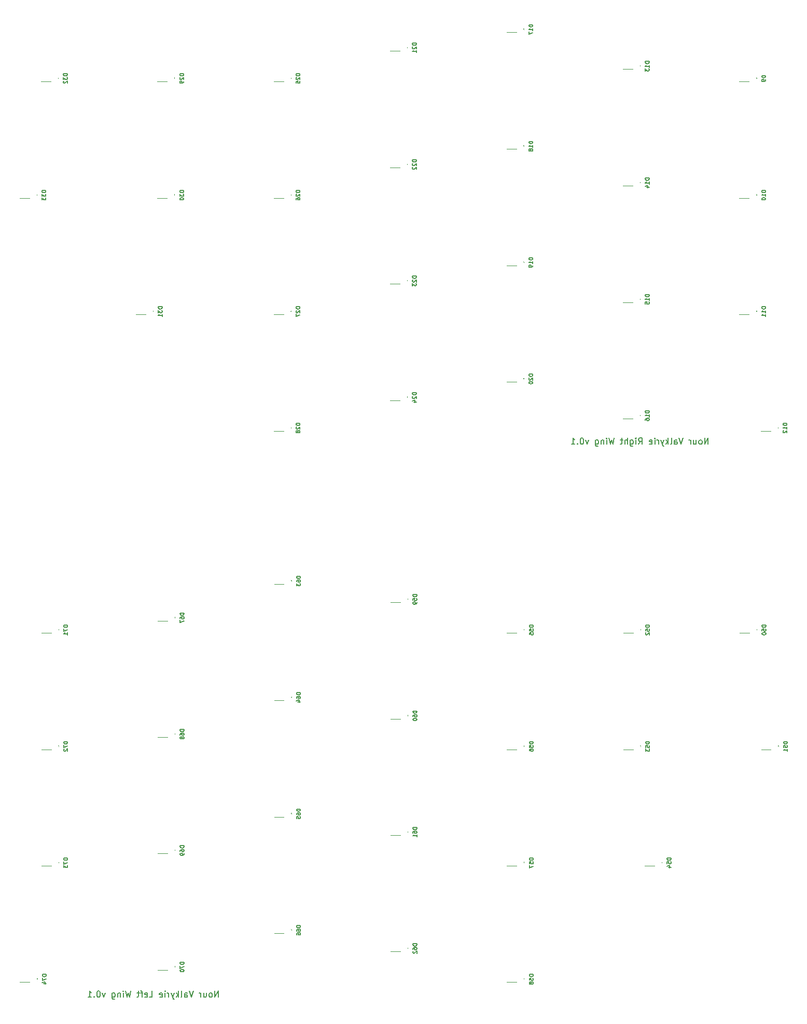
<source format=gbr>
%TF.GenerationSoftware,KiCad,Pcbnew,(6.0.6)*%
%TF.CreationDate,2022-09-03T22:19:59-07:00*%
%TF.ProjectId,NourK,4e6f7572-4b2e-46b6-9963-61645f706362,rev?*%
%TF.SameCoordinates,Original*%
%TF.FileFunction,Legend,Bot*%
%TF.FilePolarity,Positive*%
%FSLAX46Y46*%
G04 Gerber Fmt 4.6, Leading zero omitted, Abs format (unit mm)*
G04 Created by KiCad (PCBNEW (6.0.6)) date 2022-09-03 22:19:59*
%MOMM*%
%LPD*%
G01*
G04 APERTURE LIST*
%ADD10C,0.150000*%
%ADD11C,0.127000*%
%ADD12C,0.100000*%
G04 APERTURE END LIST*
D10*
X82164404Y-247452380D02*
X82164404Y-246452380D01*
X81592976Y-247452380D01*
X81592976Y-246452380D01*
X80973928Y-247452380D02*
X81069166Y-247404761D01*
X81116785Y-247357142D01*
X81164404Y-247261904D01*
X81164404Y-246976190D01*
X81116785Y-246880952D01*
X81069166Y-246833333D01*
X80973928Y-246785714D01*
X80831071Y-246785714D01*
X80735833Y-246833333D01*
X80688214Y-246880952D01*
X80640595Y-246976190D01*
X80640595Y-247261904D01*
X80688214Y-247357142D01*
X80735833Y-247404761D01*
X80831071Y-247452380D01*
X80973928Y-247452380D01*
X79783452Y-246785714D02*
X79783452Y-247452380D01*
X80212023Y-246785714D02*
X80212023Y-247309523D01*
X80164404Y-247404761D01*
X80069166Y-247452380D01*
X79926309Y-247452380D01*
X79831071Y-247404761D01*
X79783452Y-247357142D01*
X79307261Y-247452380D02*
X79307261Y-246785714D01*
X79307261Y-246976190D02*
X79259642Y-246880952D01*
X79212023Y-246833333D01*
X79116785Y-246785714D01*
X79021547Y-246785714D01*
X78069166Y-246452380D02*
X77735833Y-247452380D01*
X77402500Y-246452380D01*
X76640595Y-247452380D02*
X76640595Y-246928571D01*
X76688214Y-246833333D01*
X76783452Y-246785714D01*
X76973928Y-246785714D01*
X77069166Y-246833333D01*
X76640595Y-247404761D02*
X76735833Y-247452380D01*
X76973928Y-247452380D01*
X77069166Y-247404761D01*
X77116785Y-247309523D01*
X77116785Y-247214285D01*
X77069166Y-247119047D01*
X76973928Y-247071428D01*
X76735833Y-247071428D01*
X76640595Y-247023809D01*
X76021547Y-247452380D02*
X76116785Y-247404761D01*
X76164404Y-247309523D01*
X76164404Y-246452380D01*
X75640595Y-247452380D02*
X75640595Y-246452380D01*
X75545357Y-247071428D02*
X75259642Y-247452380D01*
X75259642Y-246785714D02*
X75640595Y-247166666D01*
X74926309Y-246785714D02*
X74688214Y-247452380D01*
X74450119Y-246785714D02*
X74688214Y-247452380D01*
X74783452Y-247690476D01*
X74831071Y-247738095D01*
X74926309Y-247785714D01*
X74069166Y-247452380D02*
X74069166Y-246785714D01*
X74069166Y-246976190D02*
X74021547Y-246880952D01*
X73973928Y-246833333D01*
X73878690Y-246785714D01*
X73783452Y-246785714D01*
X73450119Y-247452380D02*
X73450119Y-246785714D01*
X73450119Y-246452380D02*
X73497738Y-246500000D01*
X73450119Y-246547619D01*
X73402500Y-246500000D01*
X73450119Y-246452380D01*
X73450119Y-246547619D01*
X72592976Y-247404761D02*
X72688214Y-247452380D01*
X72878690Y-247452380D01*
X72973928Y-247404761D01*
X73021547Y-247309523D01*
X73021547Y-246928571D01*
X72973928Y-246833333D01*
X72878690Y-246785714D01*
X72688214Y-246785714D01*
X72592976Y-246833333D01*
X72545357Y-246928571D01*
X72545357Y-247023809D01*
X73021547Y-247119047D01*
X70878690Y-247452380D02*
X71354880Y-247452380D01*
X71354880Y-246452380D01*
X70164404Y-247404761D02*
X70259642Y-247452380D01*
X70450119Y-247452380D01*
X70545357Y-247404761D01*
X70592976Y-247309523D01*
X70592976Y-246928571D01*
X70545357Y-246833333D01*
X70450119Y-246785714D01*
X70259642Y-246785714D01*
X70164404Y-246833333D01*
X70116785Y-246928571D01*
X70116785Y-247023809D01*
X70592976Y-247119047D01*
X69831071Y-246785714D02*
X69450119Y-246785714D01*
X69688214Y-247452380D02*
X69688214Y-246595238D01*
X69640595Y-246500000D01*
X69545357Y-246452380D01*
X69450119Y-246452380D01*
X69259642Y-246785714D02*
X68878690Y-246785714D01*
X69116785Y-246452380D02*
X69116785Y-247309523D01*
X69069166Y-247404761D01*
X68973928Y-247452380D01*
X68878690Y-247452380D01*
X67878690Y-246452380D02*
X67640595Y-247452380D01*
X67450119Y-246738095D01*
X67259642Y-247452380D01*
X67021547Y-246452380D01*
X66640595Y-247452380D02*
X66640595Y-246785714D01*
X66640595Y-246452380D02*
X66688214Y-246500000D01*
X66640595Y-246547619D01*
X66592976Y-246500000D01*
X66640595Y-246452380D01*
X66640595Y-246547619D01*
X66164404Y-246785714D02*
X66164404Y-247452380D01*
X66164404Y-246880952D02*
X66116785Y-246833333D01*
X66021547Y-246785714D01*
X65878690Y-246785714D01*
X65783452Y-246833333D01*
X65735833Y-246928571D01*
X65735833Y-247452380D01*
X64831071Y-246785714D02*
X64831071Y-247595238D01*
X64878690Y-247690476D01*
X64926309Y-247738095D01*
X65021547Y-247785714D01*
X65164404Y-247785714D01*
X65259642Y-247738095D01*
X64831071Y-247404761D02*
X64926309Y-247452380D01*
X65116785Y-247452380D01*
X65212023Y-247404761D01*
X65259642Y-247357142D01*
X65307261Y-247261904D01*
X65307261Y-246976190D01*
X65259642Y-246880952D01*
X65212023Y-246833333D01*
X65116785Y-246785714D01*
X64926309Y-246785714D01*
X64831071Y-246833333D01*
X63688214Y-246785714D02*
X63450119Y-247452380D01*
X63212023Y-246785714D01*
X62640595Y-246452380D02*
X62545357Y-246452380D01*
X62450119Y-246500000D01*
X62402500Y-246547619D01*
X62354880Y-246642857D01*
X62307261Y-246833333D01*
X62307261Y-247071428D01*
X62354880Y-247261904D01*
X62402500Y-247357142D01*
X62450119Y-247404761D01*
X62545357Y-247452380D01*
X62640595Y-247452380D01*
X62735833Y-247404761D01*
X62783452Y-247357142D01*
X62831071Y-247261904D01*
X62878690Y-247071428D01*
X62878690Y-246833333D01*
X62831071Y-246642857D01*
X62783452Y-246547619D01*
X62735833Y-246500000D01*
X62640595Y-246452380D01*
X61878690Y-247357142D02*
X61831071Y-247404761D01*
X61878690Y-247452380D01*
X61926309Y-247404761D01*
X61878690Y-247357142D01*
X61878690Y-247452380D01*
X60878690Y-247452380D02*
X61450119Y-247452380D01*
X61164404Y-247452380D02*
X61164404Y-246452380D01*
X61259642Y-246595238D01*
X61354880Y-246690476D01*
X61450119Y-246738095D01*
X162121309Y-157202380D02*
X162121309Y-156202380D01*
X161549880Y-157202380D01*
X161549880Y-156202380D01*
X160930833Y-157202380D02*
X161026071Y-157154761D01*
X161073690Y-157107142D01*
X161121309Y-157011904D01*
X161121309Y-156726190D01*
X161073690Y-156630952D01*
X161026071Y-156583333D01*
X160930833Y-156535714D01*
X160787976Y-156535714D01*
X160692738Y-156583333D01*
X160645119Y-156630952D01*
X160597500Y-156726190D01*
X160597500Y-157011904D01*
X160645119Y-157107142D01*
X160692738Y-157154761D01*
X160787976Y-157202380D01*
X160930833Y-157202380D01*
X159740357Y-156535714D02*
X159740357Y-157202380D01*
X160168928Y-156535714D02*
X160168928Y-157059523D01*
X160121309Y-157154761D01*
X160026071Y-157202380D01*
X159883214Y-157202380D01*
X159787976Y-157154761D01*
X159740357Y-157107142D01*
X159264166Y-157202380D02*
X159264166Y-156535714D01*
X159264166Y-156726190D02*
X159216547Y-156630952D01*
X159168928Y-156583333D01*
X159073690Y-156535714D01*
X158978452Y-156535714D01*
X158026071Y-156202380D02*
X157692738Y-157202380D01*
X157359404Y-156202380D01*
X156597500Y-157202380D02*
X156597500Y-156678571D01*
X156645119Y-156583333D01*
X156740357Y-156535714D01*
X156930833Y-156535714D01*
X157026071Y-156583333D01*
X156597500Y-157154761D02*
X156692738Y-157202380D01*
X156930833Y-157202380D01*
X157026071Y-157154761D01*
X157073690Y-157059523D01*
X157073690Y-156964285D01*
X157026071Y-156869047D01*
X156930833Y-156821428D01*
X156692738Y-156821428D01*
X156597500Y-156773809D01*
X155978452Y-157202380D02*
X156073690Y-157154761D01*
X156121309Y-157059523D01*
X156121309Y-156202380D01*
X155597500Y-157202380D02*
X155597500Y-156202380D01*
X155502261Y-156821428D02*
X155216547Y-157202380D01*
X155216547Y-156535714D02*
X155597500Y-156916666D01*
X154883214Y-156535714D02*
X154645119Y-157202380D01*
X154407023Y-156535714D02*
X154645119Y-157202380D01*
X154740357Y-157440476D01*
X154787976Y-157488095D01*
X154883214Y-157535714D01*
X154026071Y-157202380D02*
X154026071Y-156535714D01*
X154026071Y-156726190D02*
X153978452Y-156630952D01*
X153930833Y-156583333D01*
X153835595Y-156535714D01*
X153740357Y-156535714D01*
X153407023Y-157202380D02*
X153407023Y-156535714D01*
X153407023Y-156202380D02*
X153454642Y-156250000D01*
X153407023Y-156297619D01*
X153359404Y-156250000D01*
X153407023Y-156202380D01*
X153407023Y-156297619D01*
X152549880Y-157154761D02*
X152645119Y-157202380D01*
X152835595Y-157202380D01*
X152930833Y-157154761D01*
X152978452Y-157059523D01*
X152978452Y-156678571D01*
X152930833Y-156583333D01*
X152835595Y-156535714D01*
X152645119Y-156535714D01*
X152549880Y-156583333D01*
X152502261Y-156678571D01*
X152502261Y-156773809D01*
X152978452Y-156869047D01*
X150740357Y-157202380D02*
X151073690Y-156726190D01*
X151311785Y-157202380D02*
X151311785Y-156202380D01*
X150930833Y-156202380D01*
X150835595Y-156250000D01*
X150787976Y-156297619D01*
X150740357Y-156392857D01*
X150740357Y-156535714D01*
X150787976Y-156630952D01*
X150835595Y-156678571D01*
X150930833Y-156726190D01*
X151311785Y-156726190D01*
X150311785Y-157202380D02*
X150311785Y-156535714D01*
X150311785Y-156202380D02*
X150359404Y-156250000D01*
X150311785Y-156297619D01*
X150264166Y-156250000D01*
X150311785Y-156202380D01*
X150311785Y-156297619D01*
X149407023Y-156535714D02*
X149407023Y-157345238D01*
X149454642Y-157440476D01*
X149502261Y-157488095D01*
X149597500Y-157535714D01*
X149740357Y-157535714D01*
X149835595Y-157488095D01*
X149407023Y-157154761D02*
X149502261Y-157202380D01*
X149692738Y-157202380D01*
X149787976Y-157154761D01*
X149835595Y-157107142D01*
X149883214Y-157011904D01*
X149883214Y-156726190D01*
X149835595Y-156630952D01*
X149787976Y-156583333D01*
X149692738Y-156535714D01*
X149502261Y-156535714D01*
X149407023Y-156583333D01*
X148930833Y-157202380D02*
X148930833Y-156202380D01*
X148502261Y-157202380D02*
X148502261Y-156678571D01*
X148549880Y-156583333D01*
X148645119Y-156535714D01*
X148787976Y-156535714D01*
X148883214Y-156583333D01*
X148930833Y-156630952D01*
X148168928Y-156535714D02*
X147787976Y-156535714D01*
X148026071Y-156202380D02*
X148026071Y-157059523D01*
X147978452Y-157154761D01*
X147883214Y-157202380D01*
X147787976Y-157202380D01*
X146787976Y-156202380D02*
X146549880Y-157202380D01*
X146359404Y-156488095D01*
X146168928Y-157202380D01*
X145930833Y-156202380D01*
X145549880Y-157202380D02*
X145549880Y-156535714D01*
X145549880Y-156202380D02*
X145597500Y-156250000D01*
X145549880Y-156297619D01*
X145502261Y-156250000D01*
X145549880Y-156202380D01*
X145549880Y-156297619D01*
X145073690Y-156535714D02*
X145073690Y-157202380D01*
X145073690Y-156630952D02*
X145026071Y-156583333D01*
X144930833Y-156535714D01*
X144787976Y-156535714D01*
X144692738Y-156583333D01*
X144645119Y-156678571D01*
X144645119Y-157202380D01*
X143740357Y-156535714D02*
X143740357Y-157345238D01*
X143787976Y-157440476D01*
X143835595Y-157488095D01*
X143930833Y-157535714D01*
X144073690Y-157535714D01*
X144168928Y-157488095D01*
X143740357Y-157154761D02*
X143835595Y-157202380D01*
X144026071Y-157202380D01*
X144121309Y-157154761D01*
X144168928Y-157107142D01*
X144216547Y-157011904D01*
X144216547Y-156726190D01*
X144168928Y-156630952D01*
X144121309Y-156583333D01*
X144026071Y-156535714D01*
X143835595Y-156535714D01*
X143740357Y-156583333D01*
X142597500Y-156535714D02*
X142359404Y-157202380D01*
X142121309Y-156535714D01*
X141549880Y-156202380D02*
X141454642Y-156202380D01*
X141359404Y-156250000D01*
X141311785Y-156297619D01*
X141264166Y-156392857D01*
X141216547Y-156583333D01*
X141216547Y-156821428D01*
X141264166Y-157011904D01*
X141311785Y-157107142D01*
X141359404Y-157154761D01*
X141454642Y-157202380D01*
X141549880Y-157202380D01*
X141645119Y-157154761D01*
X141692738Y-157107142D01*
X141740357Y-157011904D01*
X141787976Y-156821428D01*
X141787976Y-156583333D01*
X141740357Y-156392857D01*
X141692738Y-156297619D01*
X141645119Y-156250000D01*
X141549880Y-156202380D01*
X140787976Y-157107142D02*
X140740357Y-157154761D01*
X140787976Y-157202380D01*
X140835595Y-157154761D01*
X140787976Y-157107142D01*
X140787976Y-157202380D01*
X139787976Y-157202380D02*
X140359404Y-157202380D01*
X140073690Y-157202380D02*
X140073690Y-156202380D01*
X140168928Y-156345238D01*
X140264166Y-156440476D01*
X140359404Y-156488095D01*
D11*
%TO.C,D53*%
X152552000Y-205752000D02*
X151922000Y-205752000D01*
X151922000Y-205902000D01*
X151952000Y-205992000D01*
X152012000Y-206052000D01*
X152072000Y-206082000D01*
X152192000Y-206112000D01*
X152282000Y-206112000D01*
X152402000Y-206082000D01*
X152462000Y-206052000D01*
X152522000Y-205992000D01*
X152552000Y-205902000D01*
X152552000Y-205752000D01*
X151922000Y-206682000D02*
X151922000Y-206382000D01*
X152222000Y-206352000D01*
X152192000Y-206382000D01*
X152162000Y-206442000D01*
X152162000Y-206592000D01*
X152192000Y-206652000D01*
X152222000Y-206682000D01*
X152282000Y-206712000D01*
X152432000Y-206712000D01*
X152492000Y-206682000D01*
X152522000Y-206652000D01*
X152552000Y-206592000D01*
X152552000Y-206442000D01*
X152522000Y-206382000D01*
X152492000Y-206352000D01*
X151922000Y-206922000D02*
X151922000Y-207312000D01*
X152162000Y-207102000D01*
X152162000Y-207192000D01*
X152192000Y-207252000D01*
X152222000Y-207282000D01*
X152282000Y-207312000D01*
X152432000Y-207312000D01*
X152492000Y-207282000D01*
X152522000Y-207252000D01*
X152552000Y-207192000D01*
X152552000Y-207012000D01*
X152522000Y-206952000D01*
X152492000Y-206922000D01*
%TO.C,D61*%
X114552000Y-219752000D02*
X113922000Y-219752000D01*
X113922000Y-219902000D01*
X113952000Y-219992000D01*
X114012000Y-220052000D01*
X114072000Y-220082000D01*
X114192000Y-220112000D01*
X114282000Y-220112000D01*
X114402000Y-220082000D01*
X114462000Y-220052000D01*
X114522000Y-219992000D01*
X114552000Y-219902000D01*
X114552000Y-219752000D01*
X113922000Y-220652000D02*
X113922000Y-220532000D01*
X113952000Y-220472000D01*
X113982000Y-220442000D01*
X114072000Y-220382000D01*
X114192000Y-220352000D01*
X114432000Y-220352000D01*
X114492000Y-220382000D01*
X114522000Y-220412000D01*
X114552000Y-220472000D01*
X114552000Y-220592000D01*
X114522000Y-220652000D01*
X114492000Y-220682000D01*
X114432000Y-220712000D01*
X114282000Y-220712000D01*
X114222000Y-220682000D01*
X114192000Y-220652000D01*
X114162000Y-220592000D01*
X114162000Y-220472000D01*
X114192000Y-220412000D01*
X114222000Y-220382000D01*
X114282000Y-220352000D01*
X114552000Y-221312000D02*
X114552000Y-220952000D01*
X114552000Y-221132000D02*
X113922000Y-221132000D01*
X114012000Y-221072000D01*
X114072000Y-221012000D01*
X114102000Y-220952000D01*
%TO.C,D71*%
X57552000Y-186752000D02*
X56922000Y-186752000D01*
X56922000Y-186902000D01*
X56952000Y-186992000D01*
X57012000Y-187052000D01*
X57072000Y-187082000D01*
X57192000Y-187112000D01*
X57282000Y-187112000D01*
X57402000Y-187082000D01*
X57462000Y-187052000D01*
X57522000Y-186992000D01*
X57552000Y-186902000D01*
X57552000Y-186752000D01*
X56922000Y-187322000D02*
X56922000Y-187742000D01*
X57552000Y-187472000D01*
X57552000Y-188312000D02*
X57552000Y-187952000D01*
X57552000Y-188132000D02*
X56922000Y-188132000D01*
X57012000Y-188072000D01*
X57072000Y-188012000D01*
X57102000Y-187952000D01*
%TO.C,D64*%
X95552000Y-197752000D02*
X94922000Y-197752000D01*
X94922000Y-197902000D01*
X94952000Y-197992000D01*
X95012000Y-198052000D01*
X95072000Y-198082000D01*
X95192000Y-198112000D01*
X95282000Y-198112000D01*
X95402000Y-198082000D01*
X95462000Y-198052000D01*
X95522000Y-197992000D01*
X95552000Y-197902000D01*
X95552000Y-197752000D01*
X94922000Y-198652000D02*
X94922000Y-198532000D01*
X94952000Y-198472000D01*
X94982000Y-198442000D01*
X95072000Y-198382000D01*
X95192000Y-198352000D01*
X95432000Y-198352000D01*
X95492000Y-198382000D01*
X95522000Y-198412000D01*
X95552000Y-198472000D01*
X95552000Y-198592000D01*
X95522000Y-198652000D01*
X95492000Y-198682000D01*
X95432000Y-198712000D01*
X95282000Y-198712000D01*
X95222000Y-198682000D01*
X95192000Y-198652000D01*
X95162000Y-198592000D01*
X95162000Y-198472000D01*
X95192000Y-198412000D01*
X95222000Y-198382000D01*
X95282000Y-198352000D01*
X95132000Y-199252000D02*
X95552000Y-199252000D01*
X94892000Y-199102000D02*
X95342000Y-198952000D01*
X95342000Y-199342000D01*
%TO.C,D55*%
X133552000Y-186752000D02*
X132922000Y-186752000D01*
X132922000Y-186902000D01*
X132952000Y-186992000D01*
X133012000Y-187052000D01*
X133072000Y-187082000D01*
X133192000Y-187112000D01*
X133282000Y-187112000D01*
X133402000Y-187082000D01*
X133462000Y-187052000D01*
X133522000Y-186992000D01*
X133552000Y-186902000D01*
X133552000Y-186752000D01*
X132922000Y-187682000D02*
X132922000Y-187382000D01*
X133222000Y-187352000D01*
X133192000Y-187382000D01*
X133162000Y-187442000D01*
X133162000Y-187592000D01*
X133192000Y-187652000D01*
X133222000Y-187682000D01*
X133282000Y-187712000D01*
X133432000Y-187712000D01*
X133492000Y-187682000D01*
X133522000Y-187652000D01*
X133552000Y-187592000D01*
X133552000Y-187442000D01*
X133522000Y-187382000D01*
X133492000Y-187352000D01*
X132922000Y-188282000D02*
X132922000Y-187982000D01*
X133222000Y-187952000D01*
X133192000Y-187982000D01*
X133162000Y-188042000D01*
X133162000Y-188192000D01*
X133192000Y-188252000D01*
X133222000Y-188282000D01*
X133282000Y-188312000D01*
X133432000Y-188312000D01*
X133492000Y-188282000D01*
X133522000Y-188252000D01*
X133552000Y-188192000D01*
X133552000Y-188042000D01*
X133522000Y-187982000D01*
X133492000Y-187952000D01*
%TO.C,D9*%
X171485000Y-97035000D02*
X170855000Y-97035000D01*
X170855000Y-97185000D01*
X170885000Y-97275000D01*
X170945000Y-97335000D01*
X171005000Y-97365000D01*
X171125000Y-97395000D01*
X171215000Y-97395000D01*
X171335000Y-97365000D01*
X171395000Y-97335000D01*
X171455000Y-97275000D01*
X171485000Y-97185000D01*
X171485000Y-97035000D01*
X171485000Y-97695000D02*
X171485000Y-97815000D01*
X171455000Y-97875000D01*
X171425000Y-97905000D01*
X171335000Y-97965000D01*
X171215000Y-97995000D01*
X170975000Y-97995000D01*
X170915000Y-97965000D01*
X170885000Y-97935000D01*
X170855000Y-97875000D01*
X170855000Y-97755000D01*
X170885000Y-97695000D01*
X170915000Y-97665000D01*
X170975000Y-97635000D01*
X171125000Y-97635000D01*
X171185000Y-97665000D01*
X171215000Y-97695000D01*
X171245000Y-97755000D01*
X171245000Y-97875000D01*
X171215000Y-97935000D01*
X171185000Y-97965000D01*
X171125000Y-97995000D01*
%TO.C,D59*%
X114552000Y-181752000D02*
X113922000Y-181752000D01*
X113922000Y-181902000D01*
X113952000Y-181992000D01*
X114012000Y-182052000D01*
X114072000Y-182082000D01*
X114192000Y-182112000D01*
X114282000Y-182112000D01*
X114402000Y-182082000D01*
X114462000Y-182052000D01*
X114522000Y-181992000D01*
X114552000Y-181902000D01*
X114552000Y-181752000D01*
X113922000Y-182682000D02*
X113922000Y-182382000D01*
X114222000Y-182352000D01*
X114192000Y-182382000D01*
X114162000Y-182442000D01*
X114162000Y-182592000D01*
X114192000Y-182652000D01*
X114222000Y-182682000D01*
X114282000Y-182712000D01*
X114432000Y-182712000D01*
X114492000Y-182682000D01*
X114522000Y-182652000D01*
X114552000Y-182592000D01*
X114552000Y-182442000D01*
X114522000Y-182382000D01*
X114492000Y-182352000D01*
X114552000Y-183012000D02*
X114552000Y-183132000D01*
X114522000Y-183192000D01*
X114492000Y-183222000D01*
X114402000Y-183282000D01*
X114282000Y-183312000D01*
X114042000Y-183312000D01*
X113982000Y-183282000D01*
X113952000Y-183252000D01*
X113922000Y-183192000D01*
X113922000Y-183072000D01*
X113952000Y-183012000D01*
X113982000Y-182982000D01*
X114042000Y-182952000D01*
X114192000Y-182952000D01*
X114252000Y-182982000D01*
X114282000Y-183012000D01*
X114312000Y-183072000D01*
X114312000Y-183192000D01*
X114282000Y-183252000D01*
X114252000Y-183282000D01*
X114192000Y-183312000D01*
%TO.C,D68*%
X76552000Y-203752000D02*
X75922000Y-203752000D01*
X75922000Y-203902000D01*
X75952000Y-203992000D01*
X76012000Y-204052000D01*
X76072000Y-204082000D01*
X76192000Y-204112000D01*
X76282000Y-204112000D01*
X76402000Y-204082000D01*
X76462000Y-204052000D01*
X76522000Y-203992000D01*
X76552000Y-203902000D01*
X76552000Y-203752000D01*
X75922000Y-204652000D02*
X75922000Y-204532000D01*
X75952000Y-204472000D01*
X75982000Y-204442000D01*
X76072000Y-204382000D01*
X76192000Y-204352000D01*
X76432000Y-204352000D01*
X76492000Y-204382000D01*
X76522000Y-204412000D01*
X76552000Y-204472000D01*
X76552000Y-204592000D01*
X76522000Y-204652000D01*
X76492000Y-204682000D01*
X76432000Y-204712000D01*
X76282000Y-204712000D01*
X76222000Y-204682000D01*
X76192000Y-204652000D01*
X76162000Y-204592000D01*
X76162000Y-204472000D01*
X76192000Y-204412000D01*
X76222000Y-204382000D01*
X76282000Y-204352000D01*
X76192000Y-205072000D02*
X76162000Y-205012000D01*
X76132000Y-204982000D01*
X76072000Y-204952000D01*
X76042000Y-204952000D01*
X75982000Y-204982000D01*
X75952000Y-205012000D01*
X75922000Y-205072000D01*
X75922000Y-205192000D01*
X75952000Y-205252000D01*
X75982000Y-205282000D01*
X76042000Y-205312000D01*
X76072000Y-205312000D01*
X76132000Y-205282000D01*
X76162000Y-205252000D01*
X76192000Y-205192000D01*
X76192000Y-205072000D01*
X76222000Y-205012000D01*
X76252000Y-204982000D01*
X76312000Y-204952000D01*
X76432000Y-204952000D01*
X76492000Y-204982000D01*
X76522000Y-205012000D01*
X76552000Y-205072000D01*
X76552000Y-205192000D01*
X76522000Y-205252000D01*
X76492000Y-205282000D01*
X76432000Y-205312000D01*
X76312000Y-205312000D01*
X76252000Y-205282000D01*
X76222000Y-205252000D01*
X76192000Y-205192000D01*
%TO.C,D72*%
X57552000Y-205752000D02*
X56922000Y-205752000D01*
X56922000Y-205902000D01*
X56952000Y-205992000D01*
X57012000Y-206052000D01*
X57072000Y-206082000D01*
X57192000Y-206112000D01*
X57282000Y-206112000D01*
X57402000Y-206082000D01*
X57462000Y-206052000D01*
X57522000Y-205992000D01*
X57552000Y-205902000D01*
X57552000Y-205752000D01*
X56922000Y-206322000D02*
X56922000Y-206742000D01*
X57552000Y-206472000D01*
X56982000Y-206952000D02*
X56952000Y-206982000D01*
X56922000Y-207042000D01*
X56922000Y-207192000D01*
X56952000Y-207252000D01*
X56982000Y-207282000D01*
X57042000Y-207312000D01*
X57102000Y-207312000D01*
X57192000Y-207282000D01*
X57552000Y-206922000D01*
X57552000Y-207312000D01*
%TO.C,D74*%
X54052000Y-243752000D02*
X53422000Y-243752000D01*
X53422000Y-243902000D01*
X53452000Y-243992000D01*
X53512000Y-244052000D01*
X53572000Y-244082000D01*
X53692000Y-244112000D01*
X53782000Y-244112000D01*
X53902000Y-244082000D01*
X53962000Y-244052000D01*
X54022000Y-243992000D01*
X54052000Y-243902000D01*
X54052000Y-243752000D01*
X53422000Y-244322000D02*
X53422000Y-244742000D01*
X54052000Y-244472000D01*
X53632000Y-245252000D02*
X54052000Y-245252000D01*
X53392000Y-245102000D02*
X53842000Y-244952000D01*
X53842000Y-245342000D01*
%TO.C,D23*%
X114485000Y-129784000D02*
X113855000Y-129784000D01*
X113855000Y-129934000D01*
X113885000Y-130024000D01*
X113945000Y-130084000D01*
X114005000Y-130114000D01*
X114125000Y-130144000D01*
X114215000Y-130144000D01*
X114335000Y-130114000D01*
X114395000Y-130084000D01*
X114455000Y-130024000D01*
X114485000Y-129934000D01*
X114485000Y-129784000D01*
X113915000Y-130384000D02*
X113885000Y-130414000D01*
X113855000Y-130474000D01*
X113855000Y-130624000D01*
X113885000Y-130684000D01*
X113915000Y-130714000D01*
X113975000Y-130744000D01*
X114035000Y-130744000D01*
X114125000Y-130714000D01*
X114485000Y-130354000D01*
X114485000Y-130744000D01*
X113855000Y-130954000D02*
X113855000Y-131344000D01*
X114095000Y-131134000D01*
X114095000Y-131224000D01*
X114125000Y-131284000D01*
X114155000Y-131314000D01*
X114215000Y-131344000D01*
X114365000Y-131344000D01*
X114425000Y-131314000D01*
X114455000Y-131284000D01*
X114485000Y-131224000D01*
X114485000Y-131044000D01*
X114455000Y-130984000D01*
X114425000Y-130954000D01*
%TO.C,D56*%
X133552000Y-205752000D02*
X132922000Y-205752000D01*
X132922000Y-205902000D01*
X132952000Y-205992000D01*
X133012000Y-206052000D01*
X133072000Y-206082000D01*
X133192000Y-206112000D01*
X133282000Y-206112000D01*
X133402000Y-206082000D01*
X133462000Y-206052000D01*
X133522000Y-205992000D01*
X133552000Y-205902000D01*
X133552000Y-205752000D01*
X132922000Y-206682000D02*
X132922000Y-206382000D01*
X133222000Y-206352000D01*
X133192000Y-206382000D01*
X133162000Y-206442000D01*
X133162000Y-206592000D01*
X133192000Y-206652000D01*
X133222000Y-206682000D01*
X133282000Y-206712000D01*
X133432000Y-206712000D01*
X133492000Y-206682000D01*
X133522000Y-206652000D01*
X133552000Y-206592000D01*
X133552000Y-206442000D01*
X133522000Y-206382000D01*
X133492000Y-206352000D01*
X132922000Y-207252000D02*
X132922000Y-207132000D01*
X132952000Y-207072000D01*
X132982000Y-207042000D01*
X133072000Y-206982000D01*
X133192000Y-206952000D01*
X133432000Y-206952000D01*
X133492000Y-206982000D01*
X133522000Y-207012000D01*
X133552000Y-207072000D01*
X133552000Y-207192000D01*
X133522000Y-207252000D01*
X133492000Y-207282000D01*
X133432000Y-207312000D01*
X133282000Y-207312000D01*
X133222000Y-207282000D01*
X133192000Y-207252000D01*
X133162000Y-207192000D01*
X133162000Y-207072000D01*
X133192000Y-207012000D01*
X133222000Y-206982000D01*
X133282000Y-206952000D01*
%TO.C,D12*%
X174985000Y-153784000D02*
X174355000Y-153784000D01*
X174355000Y-153934000D01*
X174385000Y-154024000D01*
X174445000Y-154084000D01*
X174505000Y-154114000D01*
X174625000Y-154144000D01*
X174715000Y-154144000D01*
X174835000Y-154114000D01*
X174895000Y-154084000D01*
X174955000Y-154024000D01*
X174985000Y-153934000D01*
X174985000Y-153784000D01*
X174985000Y-154744000D02*
X174985000Y-154384000D01*
X174985000Y-154564000D02*
X174355000Y-154564000D01*
X174445000Y-154504000D01*
X174505000Y-154444000D01*
X174535000Y-154384000D01*
X174415000Y-154984000D02*
X174385000Y-155014000D01*
X174355000Y-155074000D01*
X174355000Y-155224000D01*
X174385000Y-155284000D01*
X174415000Y-155314000D01*
X174475000Y-155344000D01*
X174535000Y-155344000D01*
X174625000Y-155314000D01*
X174985000Y-154954000D01*
X174985000Y-155344000D01*
%TO.C,D26*%
X95485000Y-115784000D02*
X94855000Y-115784000D01*
X94855000Y-115934000D01*
X94885000Y-116024000D01*
X94945000Y-116084000D01*
X95005000Y-116114000D01*
X95125000Y-116144000D01*
X95215000Y-116144000D01*
X95335000Y-116114000D01*
X95395000Y-116084000D01*
X95455000Y-116024000D01*
X95485000Y-115934000D01*
X95485000Y-115784000D01*
X94915000Y-116384000D02*
X94885000Y-116414000D01*
X94855000Y-116474000D01*
X94855000Y-116624000D01*
X94885000Y-116684000D01*
X94915000Y-116714000D01*
X94975000Y-116744000D01*
X95035000Y-116744000D01*
X95125000Y-116714000D01*
X95485000Y-116354000D01*
X95485000Y-116744000D01*
X94855000Y-117284000D02*
X94855000Y-117164000D01*
X94885000Y-117104000D01*
X94915000Y-117074000D01*
X95005000Y-117014000D01*
X95125000Y-116984000D01*
X95365000Y-116984000D01*
X95425000Y-117014000D01*
X95455000Y-117044000D01*
X95485000Y-117104000D01*
X95485000Y-117224000D01*
X95455000Y-117284000D01*
X95425000Y-117314000D01*
X95365000Y-117344000D01*
X95215000Y-117344000D01*
X95155000Y-117314000D01*
X95125000Y-117284000D01*
X95095000Y-117224000D01*
X95095000Y-117104000D01*
X95125000Y-117044000D01*
X95155000Y-117014000D01*
X95215000Y-116984000D01*
%TO.C,D20*%
X133485000Y-145784000D02*
X132855000Y-145784000D01*
X132855000Y-145934000D01*
X132885000Y-146024000D01*
X132945000Y-146084000D01*
X133005000Y-146114000D01*
X133125000Y-146144000D01*
X133215000Y-146144000D01*
X133335000Y-146114000D01*
X133395000Y-146084000D01*
X133455000Y-146024000D01*
X133485000Y-145934000D01*
X133485000Y-145784000D01*
X132915000Y-146384000D02*
X132885000Y-146414000D01*
X132855000Y-146474000D01*
X132855000Y-146624000D01*
X132885000Y-146684000D01*
X132915000Y-146714000D01*
X132975000Y-146744000D01*
X133035000Y-146744000D01*
X133125000Y-146714000D01*
X133485000Y-146354000D01*
X133485000Y-146744000D01*
X132855000Y-147134000D02*
X132855000Y-147194000D01*
X132885000Y-147254000D01*
X132915000Y-147284000D01*
X132975000Y-147314000D01*
X133095000Y-147344000D01*
X133245000Y-147344000D01*
X133365000Y-147314000D01*
X133425000Y-147284000D01*
X133455000Y-147254000D01*
X133485000Y-147194000D01*
X133485000Y-147134000D01*
X133455000Y-147074000D01*
X133425000Y-147044000D01*
X133365000Y-147014000D01*
X133245000Y-146984000D01*
X133095000Y-146984000D01*
X132975000Y-147014000D01*
X132915000Y-147044000D01*
X132885000Y-147074000D01*
X132855000Y-147134000D01*
%TO.C,D62*%
X114552000Y-238752000D02*
X113922000Y-238752000D01*
X113922000Y-238902000D01*
X113952000Y-238992000D01*
X114012000Y-239052000D01*
X114072000Y-239082000D01*
X114192000Y-239112000D01*
X114282000Y-239112000D01*
X114402000Y-239082000D01*
X114462000Y-239052000D01*
X114522000Y-238992000D01*
X114552000Y-238902000D01*
X114552000Y-238752000D01*
X113922000Y-239652000D02*
X113922000Y-239532000D01*
X113952000Y-239472000D01*
X113982000Y-239442000D01*
X114072000Y-239382000D01*
X114192000Y-239352000D01*
X114432000Y-239352000D01*
X114492000Y-239382000D01*
X114522000Y-239412000D01*
X114552000Y-239472000D01*
X114552000Y-239592000D01*
X114522000Y-239652000D01*
X114492000Y-239682000D01*
X114432000Y-239712000D01*
X114282000Y-239712000D01*
X114222000Y-239682000D01*
X114192000Y-239652000D01*
X114162000Y-239592000D01*
X114162000Y-239472000D01*
X114192000Y-239412000D01*
X114222000Y-239382000D01*
X114282000Y-239352000D01*
X113982000Y-239952000D02*
X113952000Y-239982000D01*
X113922000Y-240042000D01*
X113922000Y-240192000D01*
X113952000Y-240252000D01*
X113982000Y-240282000D01*
X114042000Y-240312000D01*
X114102000Y-240312000D01*
X114192000Y-240282000D01*
X114552000Y-239922000D01*
X114552000Y-240312000D01*
%TO.C,D28*%
X95485000Y-153784000D02*
X94855000Y-153784000D01*
X94855000Y-153934000D01*
X94885000Y-154024000D01*
X94945000Y-154084000D01*
X95005000Y-154114000D01*
X95125000Y-154144000D01*
X95215000Y-154144000D01*
X95335000Y-154114000D01*
X95395000Y-154084000D01*
X95455000Y-154024000D01*
X95485000Y-153934000D01*
X95485000Y-153784000D01*
X94915000Y-154384000D02*
X94885000Y-154414000D01*
X94855000Y-154474000D01*
X94855000Y-154624000D01*
X94885000Y-154684000D01*
X94915000Y-154714000D01*
X94975000Y-154744000D01*
X95035000Y-154744000D01*
X95125000Y-154714000D01*
X95485000Y-154354000D01*
X95485000Y-154744000D01*
X95125000Y-155104000D02*
X95095000Y-155044000D01*
X95065000Y-155014000D01*
X95005000Y-154984000D01*
X94975000Y-154984000D01*
X94915000Y-155014000D01*
X94885000Y-155044000D01*
X94855000Y-155104000D01*
X94855000Y-155224000D01*
X94885000Y-155284000D01*
X94915000Y-155314000D01*
X94975000Y-155344000D01*
X95005000Y-155344000D01*
X95065000Y-155314000D01*
X95095000Y-155284000D01*
X95125000Y-155224000D01*
X95125000Y-155104000D01*
X95155000Y-155044000D01*
X95185000Y-155014000D01*
X95245000Y-154984000D01*
X95365000Y-154984000D01*
X95425000Y-155014000D01*
X95455000Y-155044000D01*
X95485000Y-155104000D01*
X95485000Y-155224000D01*
X95455000Y-155284000D01*
X95425000Y-155314000D01*
X95365000Y-155344000D01*
X95245000Y-155344000D01*
X95185000Y-155314000D01*
X95155000Y-155284000D01*
X95125000Y-155224000D01*
%TO.C,D33*%
X53985000Y-115784000D02*
X53355000Y-115784000D01*
X53355000Y-115934000D01*
X53385000Y-116024000D01*
X53445000Y-116084000D01*
X53505000Y-116114000D01*
X53625000Y-116144000D01*
X53715000Y-116144000D01*
X53835000Y-116114000D01*
X53895000Y-116084000D01*
X53955000Y-116024000D01*
X53985000Y-115934000D01*
X53985000Y-115784000D01*
X53355000Y-116354000D02*
X53355000Y-116744000D01*
X53595000Y-116534000D01*
X53595000Y-116624000D01*
X53625000Y-116684000D01*
X53655000Y-116714000D01*
X53715000Y-116744000D01*
X53865000Y-116744000D01*
X53925000Y-116714000D01*
X53955000Y-116684000D01*
X53985000Y-116624000D01*
X53985000Y-116444000D01*
X53955000Y-116384000D01*
X53925000Y-116354000D01*
X53355000Y-116954000D02*
X53355000Y-117344000D01*
X53595000Y-117134000D01*
X53595000Y-117224000D01*
X53625000Y-117284000D01*
X53655000Y-117314000D01*
X53715000Y-117344000D01*
X53865000Y-117344000D01*
X53925000Y-117314000D01*
X53955000Y-117284000D01*
X53985000Y-117224000D01*
X53985000Y-117044000D01*
X53955000Y-116984000D01*
X53925000Y-116954000D01*
%TO.C,D65*%
X95552000Y-216752000D02*
X94922000Y-216752000D01*
X94922000Y-216902000D01*
X94952000Y-216992000D01*
X95012000Y-217052000D01*
X95072000Y-217082000D01*
X95192000Y-217112000D01*
X95282000Y-217112000D01*
X95402000Y-217082000D01*
X95462000Y-217052000D01*
X95522000Y-216992000D01*
X95552000Y-216902000D01*
X95552000Y-216752000D01*
X94922000Y-217652000D02*
X94922000Y-217532000D01*
X94952000Y-217472000D01*
X94982000Y-217442000D01*
X95072000Y-217382000D01*
X95192000Y-217352000D01*
X95432000Y-217352000D01*
X95492000Y-217382000D01*
X95522000Y-217412000D01*
X95552000Y-217472000D01*
X95552000Y-217592000D01*
X95522000Y-217652000D01*
X95492000Y-217682000D01*
X95432000Y-217712000D01*
X95282000Y-217712000D01*
X95222000Y-217682000D01*
X95192000Y-217652000D01*
X95162000Y-217592000D01*
X95162000Y-217472000D01*
X95192000Y-217412000D01*
X95222000Y-217382000D01*
X95282000Y-217352000D01*
X94922000Y-218282000D02*
X94922000Y-217982000D01*
X95222000Y-217952000D01*
X95192000Y-217982000D01*
X95162000Y-218042000D01*
X95162000Y-218192000D01*
X95192000Y-218252000D01*
X95222000Y-218282000D01*
X95282000Y-218312000D01*
X95432000Y-218312000D01*
X95492000Y-218282000D01*
X95522000Y-218252000D01*
X95552000Y-218192000D01*
X95552000Y-218042000D01*
X95522000Y-217982000D01*
X95492000Y-217952000D01*
%TO.C,D57*%
X133552000Y-224752000D02*
X132922000Y-224752000D01*
X132922000Y-224902000D01*
X132952000Y-224992000D01*
X133012000Y-225052000D01*
X133072000Y-225082000D01*
X133192000Y-225112000D01*
X133282000Y-225112000D01*
X133402000Y-225082000D01*
X133462000Y-225052000D01*
X133522000Y-224992000D01*
X133552000Y-224902000D01*
X133552000Y-224752000D01*
X132922000Y-225682000D02*
X132922000Y-225382000D01*
X133222000Y-225352000D01*
X133192000Y-225382000D01*
X133162000Y-225442000D01*
X133162000Y-225592000D01*
X133192000Y-225652000D01*
X133222000Y-225682000D01*
X133282000Y-225712000D01*
X133432000Y-225712000D01*
X133492000Y-225682000D01*
X133522000Y-225652000D01*
X133552000Y-225592000D01*
X133552000Y-225442000D01*
X133522000Y-225382000D01*
X133492000Y-225352000D01*
X132922000Y-225922000D02*
X132922000Y-226342000D01*
X133552000Y-226072000D01*
%TO.C,D69*%
X76552000Y-222752000D02*
X75922000Y-222752000D01*
X75922000Y-222902000D01*
X75952000Y-222992000D01*
X76012000Y-223052000D01*
X76072000Y-223082000D01*
X76192000Y-223112000D01*
X76282000Y-223112000D01*
X76402000Y-223082000D01*
X76462000Y-223052000D01*
X76522000Y-222992000D01*
X76552000Y-222902000D01*
X76552000Y-222752000D01*
X75922000Y-223652000D02*
X75922000Y-223532000D01*
X75952000Y-223472000D01*
X75982000Y-223442000D01*
X76072000Y-223382000D01*
X76192000Y-223352000D01*
X76432000Y-223352000D01*
X76492000Y-223382000D01*
X76522000Y-223412000D01*
X76552000Y-223472000D01*
X76552000Y-223592000D01*
X76522000Y-223652000D01*
X76492000Y-223682000D01*
X76432000Y-223712000D01*
X76282000Y-223712000D01*
X76222000Y-223682000D01*
X76192000Y-223652000D01*
X76162000Y-223592000D01*
X76162000Y-223472000D01*
X76192000Y-223412000D01*
X76222000Y-223382000D01*
X76282000Y-223352000D01*
X76552000Y-224012000D02*
X76552000Y-224132000D01*
X76522000Y-224192000D01*
X76492000Y-224222000D01*
X76402000Y-224282000D01*
X76282000Y-224312000D01*
X76042000Y-224312000D01*
X75982000Y-224282000D01*
X75952000Y-224252000D01*
X75922000Y-224192000D01*
X75922000Y-224072000D01*
X75952000Y-224012000D01*
X75982000Y-223982000D01*
X76042000Y-223952000D01*
X76192000Y-223952000D01*
X76252000Y-223982000D01*
X76282000Y-224012000D01*
X76312000Y-224072000D01*
X76312000Y-224192000D01*
X76282000Y-224252000D01*
X76252000Y-224282000D01*
X76192000Y-224312000D01*
%TO.C,D10*%
X171485000Y-115784000D02*
X170855000Y-115784000D01*
X170855000Y-115934000D01*
X170885000Y-116024000D01*
X170945000Y-116084000D01*
X171005000Y-116114000D01*
X171125000Y-116144000D01*
X171215000Y-116144000D01*
X171335000Y-116114000D01*
X171395000Y-116084000D01*
X171455000Y-116024000D01*
X171485000Y-115934000D01*
X171485000Y-115784000D01*
X171485000Y-116744000D02*
X171485000Y-116384000D01*
X171485000Y-116564000D02*
X170855000Y-116564000D01*
X170945000Y-116504000D01*
X171005000Y-116444000D01*
X171035000Y-116384000D01*
X170855000Y-117134000D02*
X170855000Y-117194000D01*
X170885000Y-117254000D01*
X170915000Y-117284000D01*
X170975000Y-117314000D01*
X171095000Y-117344000D01*
X171245000Y-117344000D01*
X171365000Y-117314000D01*
X171425000Y-117284000D01*
X171455000Y-117254000D01*
X171485000Y-117194000D01*
X171485000Y-117134000D01*
X171455000Y-117074000D01*
X171425000Y-117044000D01*
X171365000Y-117014000D01*
X171245000Y-116984000D01*
X171095000Y-116984000D01*
X170975000Y-117014000D01*
X170915000Y-117044000D01*
X170885000Y-117074000D01*
X170855000Y-117134000D01*
%TO.C,D31*%
X72985000Y-134784000D02*
X72355000Y-134784000D01*
X72355000Y-134934000D01*
X72385000Y-135024000D01*
X72445000Y-135084000D01*
X72505000Y-135114000D01*
X72625000Y-135144000D01*
X72715000Y-135144000D01*
X72835000Y-135114000D01*
X72895000Y-135084000D01*
X72955000Y-135024000D01*
X72985000Y-134934000D01*
X72985000Y-134784000D01*
X72355000Y-135354000D02*
X72355000Y-135744000D01*
X72595000Y-135534000D01*
X72595000Y-135624000D01*
X72625000Y-135684000D01*
X72655000Y-135714000D01*
X72715000Y-135744000D01*
X72865000Y-135744000D01*
X72925000Y-135714000D01*
X72955000Y-135684000D01*
X72985000Y-135624000D01*
X72985000Y-135444000D01*
X72955000Y-135384000D01*
X72925000Y-135354000D01*
X72985000Y-136344000D02*
X72985000Y-135984000D01*
X72985000Y-136164000D02*
X72355000Y-136164000D01*
X72445000Y-136104000D01*
X72505000Y-136044000D01*
X72535000Y-135984000D01*
%TO.C,D21*%
X114485000Y-91735000D02*
X113855000Y-91735000D01*
X113855000Y-91885000D01*
X113885000Y-91975000D01*
X113945000Y-92035000D01*
X114005000Y-92065000D01*
X114125000Y-92095000D01*
X114215000Y-92095000D01*
X114335000Y-92065000D01*
X114395000Y-92035000D01*
X114455000Y-91975000D01*
X114485000Y-91885000D01*
X114485000Y-91735000D01*
X113915000Y-92335000D02*
X113885000Y-92365000D01*
X113855000Y-92425000D01*
X113855000Y-92575000D01*
X113885000Y-92635000D01*
X113915000Y-92665000D01*
X113975000Y-92695000D01*
X114035000Y-92695000D01*
X114125000Y-92665000D01*
X114485000Y-92305000D01*
X114485000Y-92695000D01*
X114485000Y-93295000D02*
X114485000Y-92935000D01*
X114485000Y-93115000D02*
X113855000Y-93115000D01*
X113945000Y-93055000D01*
X114005000Y-92995000D01*
X114035000Y-92935000D01*
%TO.C,D25*%
X95485000Y-96735000D02*
X94855000Y-96735000D01*
X94855000Y-96885000D01*
X94885000Y-96975000D01*
X94945000Y-97035000D01*
X95005000Y-97065000D01*
X95125000Y-97095000D01*
X95215000Y-97095000D01*
X95335000Y-97065000D01*
X95395000Y-97035000D01*
X95455000Y-96975000D01*
X95485000Y-96885000D01*
X95485000Y-96735000D01*
X94915000Y-97335000D02*
X94885000Y-97365000D01*
X94855000Y-97425000D01*
X94855000Y-97575000D01*
X94885000Y-97635000D01*
X94915000Y-97665000D01*
X94975000Y-97695000D01*
X95035000Y-97695000D01*
X95125000Y-97665000D01*
X95485000Y-97305000D01*
X95485000Y-97695000D01*
X94855000Y-98265000D02*
X94855000Y-97965000D01*
X95155000Y-97935000D01*
X95125000Y-97965000D01*
X95095000Y-98025000D01*
X95095000Y-98175000D01*
X95125000Y-98235000D01*
X95155000Y-98265000D01*
X95215000Y-98295000D01*
X95365000Y-98295000D01*
X95425000Y-98265000D01*
X95455000Y-98235000D01*
X95485000Y-98175000D01*
X95485000Y-98025000D01*
X95455000Y-97965000D01*
X95425000Y-97935000D01*
%TO.C,D70*%
X76552000Y-241752000D02*
X75922000Y-241752000D01*
X75922000Y-241902000D01*
X75952000Y-241992000D01*
X76012000Y-242052000D01*
X76072000Y-242082000D01*
X76192000Y-242112000D01*
X76282000Y-242112000D01*
X76402000Y-242082000D01*
X76462000Y-242052000D01*
X76522000Y-241992000D01*
X76552000Y-241902000D01*
X76552000Y-241752000D01*
X75922000Y-242322000D02*
X75922000Y-242742000D01*
X76552000Y-242472000D01*
X75922000Y-243102000D02*
X75922000Y-243162000D01*
X75952000Y-243222000D01*
X75982000Y-243252000D01*
X76042000Y-243282000D01*
X76162000Y-243312000D01*
X76312000Y-243312000D01*
X76432000Y-243282000D01*
X76492000Y-243252000D01*
X76522000Y-243222000D01*
X76552000Y-243162000D01*
X76552000Y-243102000D01*
X76522000Y-243042000D01*
X76492000Y-243012000D01*
X76432000Y-242982000D01*
X76312000Y-242952000D01*
X76162000Y-242952000D01*
X76042000Y-242982000D01*
X75982000Y-243012000D01*
X75952000Y-243042000D01*
X75922000Y-243102000D01*
%TO.C,D18*%
X133485000Y-107784000D02*
X132855000Y-107784000D01*
X132855000Y-107934000D01*
X132885000Y-108024000D01*
X132945000Y-108084000D01*
X133005000Y-108114000D01*
X133125000Y-108144000D01*
X133215000Y-108144000D01*
X133335000Y-108114000D01*
X133395000Y-108084000D01*
X133455000Y-108024000D01*
X133485000Y-107934000D01*
X133485000Y-107784000D01*
X133485000Y-108744000D02*
X133485000Y-108384000D01*
X133485000Y-108564000D02*
X132855000Y-108564000D01*
X132945000Y-108504000D01*
X133005000Y-108444000D01*
X133035000Y-108384000D01*
X133125000Y-109104000D02*
X133095000Y-109044000D01*
X133065000Y-109014000D01*
X133005000Y-108984000D01*
X132975000Y-108984000D01*
X132915000Y-109014000D01*
X132885000Y-109044000D01*
X132855000Y-109104000D01*
X132855000Y-109224000D01*
X132885000Y-109284000D01*
X132915000Y-109314000D01*
X132975000Y-109344000D01*
X133005000Y-109344000D01*
X133065000Y-109314000D01*
X133095000Y-109284000D01*
X133125000Y-109224000D01*
X133125000Y-109104000D01*
X133155000Y-109044000D01*
X133185000Y-109014000D01*
X133245000Y-108984000D01*
X133365000Y-108984000D01*
X133425000Y-109014000D01*
X133455000Y-109044000D01*
X133485000Y-109104000D01*
X133485000Y-109224000D01*
X133455000Y-109284000D01*
X133425000Y-109314000D01*
X133365000Y-109344000D01*
X133245000Y-109344000D01*
X133185000Y-109314000D01*
X133155000Y-109284000D01*
X133125000Y-109224000D01*
%TO.C,D17*%
X133485000Y-88735000D02*
X132855000Y-88735000D01*
X132855000Y-88885000D01*
X132885000Y-88975000D01*
X132945000Y-89035000D01*
X133005000Y-89065000D01*
X133125000Y-89095000D01*
X133215000Y-89095000D01*
X133335000Y-89065000D01*
X133395000Y-89035000D01*
X133455000Y-88975000D01*
X133485000Y-88885000D01*
X133485000Y-88735000D01*
X133485000Y-89695000D02*
X133485000Y-89335000D01*
X133485000Y-89515000D02*
X132855000Y-89515000D01*
X132945000Y-89455000D01*
X133005000Y-89395000D01*
X133035000Y-89335000D01*
X132855000Y-89905000D02*
X132855000Y-90325000D01*
X133485000Y-90055000D01*
%TO.C,D60*%
X114552000Y-200752000D02*
X113922000Y-200752000D01*
X113922000Y-200902000D01*
X113952000Y-200992000D01*
X114012000Y-201052000D01*
X114072000Y-201082000D01*
X114192000Y-201112000D01*
X114282000Y-201112000D01*
X114402000Y-201082000D01*
X114462000Y-201052000D01*
X114522000Y-200992000D01*
X114552000Y-200902000D01*
X114552000Y-200752000D01*
X113922000Y-201652000D02*
X113922000Y-201532000D01*
X113952000Y-201472000D01*
X113982000Y-201442000D01*
X114072000Y-201382000D01*
X114192000Y-201352000D01*
X114432000Y-201352000D01*
X114492000Y-201382000D01*
X114522000Y-201412000D01*
X114552000Y-201472000D01*
X114552000Y-201592000D01*
X114522000Y-201652000D01*
X114492000Y-201682000D01*
X114432000Y-201712000D01*
X114282000Y-201712000D01*
X114222000Y-201682000D01*
X114192000Y-201652000D01*
X114162000Y-201592000D01*
X114162000Y-201472000D01*
X114192000Y-201412000D01*
X114222000Y-201382000D01*
X114282000Y-201352000D01*
X113922000Y-202102000D02*
X113922000Y-202162000D01*
X113952000Y-202222000D01*
X113982000Y-202252000D01*
X114042000Y-202282000D01*
X114162000Y-202312000D01*
X114312000Y-202312000D01*
X114432000Y-202282000D01*
X114492000Y-202252000D01*
X114522000Y-202222000D01*
X114552000Y-202162000D01*
X114552000Y-202102000D01*
X114522000Y-202042000D01*
X114492000Y-202012000D01*
X114432000Y-201982000D01*
X114312000Y-201952000D01*
X114162000Y-201952000D01*
X114042000Y-201982000D01*
X113982000Y-202012000D01*
X113952000Y-202042000D01*
X113922000Y-202102000D01*
%TO.C,D63*%
X95552000Y-178752000D02*
X94922000Y-178752000D01*
X94922000Y-178902000D01*
X94952000Y-178992000D01*
X95012000Y-179052000D01*
X95072000Y-179082000D01*
X95192000Y-179112000D01*
X95282000Y-179112000D01*
X95402000Y-179082000D01*
X95462000Y-179052000D01*
X95522000Y-178992000D01*
X95552000Y-178902000D01*
X95552000Y-178752000D01*
X94922000Y-179652000D02*
X94922000Y-179532000D01*
X94952000Y-179472000D01*
X94982000Y-179442000D01*
X95072000Y-179382000D01*
X95192000Y-179352000D01*
X95432000Y-179352000D01*
X95492000Y-179382000D01*
X95522000Y-179412000D01*
X95552000Y-179472000D01*
X95552000Y-179592000D01*
X95522000Y-179652000D01*
X95492000Y-179682000D01*
X95432000Y-179712000D01*
X95282000Y-179712000D01*
X95222000Y-179682000D01*
X95192000Y-179652000D01*
X95162000Y-179592000D01*
X95162000Y-179472000D01*
X95192000Y-179412000D01*
X95222000Y-179382000D01*
X95282000Y-179352000D01*
X94922000Y-179922000D02*
X94922000Y-180312000D01*
X95162000Y-180102000D01*
X95162000Y-180192000D01*
X95192000Y-180252000D01*
X95222000Y-180282000D01*
X95282000Y-180312000D01*
X95432000Y-180312000D01*
X95492000Y-180282000D01*
X95522000Y-180252000D01*
X95552000Y-180192000D01*
X95552000Y-180012000D01*
X95522000Y-179952000D01*
X95492000Y-179922000D01*
%TO.C,D13*%
X152485000Y-94735000D02*
X151855000Y-94735000D01*
X151855000Y-94885000D01*
X151885000Y-94975000D01*
X151945000Y-95035000D01*
X152005000Y-95065000D01*
X152125000Y-95095000D01*
X152215000Y-95095000D01*
X152335000Y-95065000D01*
X152395000Y-95035000D01*
X152455000Y-94975000D01*
X152485000Y-94885000D01*
X152485000Y-94735000D01*
X152485000Y-95695000D02*
X152485000Y-95335000D01*
X152485000Y-95515000D02*
X151855000Y-95515000D01*
X151945000Y-95455000D01*
X152005000Y-95395000D01*
X152035000Y-95335000D01*
X151855000Y-95905000D02*
X151855000Y-96295000D01*
X152095000Y-96085000D01*
X152095000Y-96175000D01*
X152125000Y-96235000D01*
X152155000Y-96265000D01*
X152215000Y-96295000D01*
X152365000Y-96295000D01*
X152425000Y-96265000D01*
X152455000Y-96235000D01*
X152485000Y-96175000D01*
X152485000Y-95995000D01*
X152455000Y-95935000D01*
X152425000Y-95905000D01*
%TO.C,D51*%
X175052000Y-205752000D02*
X174422000Y-205752000D01*
X174422000Y-205902000D01*
X174452000Y-205992000D01*
X174512000Y-206052000D01*
X174572000Y-206082000D01*
X174692000Y-206112000D01*
X174782000Y-206112000D01*
X174902000Y-206082000D01*
X174962000Y-206052000D01*
X175022000Y-205992000D01*
X175052000Y-205902000D01*
X175052000Y-205752000D01*
X174422000Y-206682000D02*
X174422000Y-206382000D01*
X174722000Y-206352000D01*
X174692000Y-206382000D01*
X174662000Y-206442000D01*
X174662000Y-206592000D01*
X174692000Y-206652000D01*
X174722000Y-206682000D01*
X174782000Y-206712000D01*
X174932000Y-206712000D01*
X174992000Y-206682000D01*
X175022000Y-206652000D01*
X175052000Y-206592000D01*
X175052000Y-206442000D01*
X175022000Y-206382000D01*
X174992000Y-206352000D01*
X175052000Y-207312000D02*
X175052000Y-206952000D01*
X175052000Y-207132000D02*
X174422000Y-207132000D01*
X174512000Y-207072000D01*
X174572000Y-207012000D01*
X174602000Y-206952000D01*
%TO.C,D22*%
X114485000Y-110784000D02*
X113855000Y-110784000D01*
X113855000Y-110934000D01*
X113885000Y-111024000D01*
X113945000Y-111084000D01*
X114005000Y-111114000D01*
X114125000Y-111144000D01*
X114215000Y-111144000D01*
X114335000Y-111114000D01*
X114395000Y-111084000D01*
X114455000Y-111024000D01*
X114485000Y-110934000D01*
X114485000Y-110784000D01*
X113915000Y-111384000D02*
X113885000Y-111414000D01*
X113855000Y-111474000D01*
X113855000Y-111624000D01*
X113885000Y-111684000D01*
X113915000Y-111714000D01*
X113975000Y-111744000D01*
X114035000Y-111744000D01*
X114125000Y-111714000D01*
X114485000Y-111354000D01*
X114485000Y-111744000D01*
X113915000Y-111984000D02*
X113885000Y-112014000D01*
X113855000Y-112074000D01*
X113855000Y-112224000D01*
X113885000Y-112284000D01*
X113915000Y-112314000D01*
X113975000Y-112344000D01*
X114035000Y-112344000D01*
X114125000Y-112314000D01*
X114485000Y-111954000D01*
X114485000Y-112344000D01*
%TO.C,D52*%
X152552000Y-186752000D02*
X151922000Y-186752000D01*
X151922000Y-186902000D01*
X151952000Y-186992000D01*
X152012000Y-187052000D01*
X152072000Y-187082000D01*
X152192000Y-187112000D01*
X152282000Y-187112000D01*
X152402000Y-187082000D01*
X152462000Y-187052000D01*
X152522000Y-186992000D01*
X152552000Y-186902000D01*
X152552000Y-186752000D01*
X151922000Y-187682000D02*
X151922000Y-187382000D01*
X152222000Y-187352000D01*
X152192000Y-187382000D01*
X152162000Y-187442000D01*
X152162000Y-187592000D01*
X152192000Y-187652000D01*
X152222000Y-187682000D01*
X152282000Y-187712000D01*
X152432000Y-187712000D01*
X152492000Y-187682000D01*
X152522000Y-187652000D01*
X152552000Y-187592000D01*
X152552000Y-187442000D01*
X152522000Y-187382000D01*
X152492000Y-187352000D01*
X151982000Y-187952000D02*
X151952000Y-187982000D01*
X151922000Y-188042000D01*
X151922000Y-188192000D01*
X151952000Y-188252000D01*
X151982000Y-188282000D01*
X152042000Y-188312000D01*
X152102000Y-188312000D01*
X152192000Y-188282000D01*
X152552000Y-187922000D01*
X152552000Y-188312000D01*
%TO.C,D32*%
X57485000Y-96735000D02*
X56855000Y-96735000D01*
X56855000Y-96885000D01*
X56885000Y-96975000D01*
X56945000Y-97035000D01*
X57005000Y-97065000D01*
X57125000Y-97095000D01*
X57215000Y-97095000D01*
X57335000Y-97065000D01*
X57395000Y-97035000D01*
X57455000Y-96975000D01*
X57485000Y-96885000D01*
X57485000Y-96735000D01*
X56855000Y-97305000D02*
X56855000Y-97695000D01*
X57095000Y-97485000D01*
X57095000Y-97575000D01*
X57125000Y-97635000D01*
X57155000Y-97665000D01*
X57215000Y-97695000D01*
X57365000Y-97695000D01*
X57425000Y-97665000D01*
X57455000Y-97635000D01*
X57485000Y-97575000D01*
X57485000Y-97395000D01*
X57455000Y-97335000D01*
X57425000Y-97305000D01*
X56915000Y-97935000D02*
X56885000Y-97965000D01*
X56855000Y-98025000D01*
X56855000Y-98175000D01*
X56885000Y-98235000D01*
X56915000Y-98265000D01*
X56975000Y-98295000D01*
X57035000Y-98295000D01*
X57125000Y-98265000D01*
X57485000Y-97905000D01*
X57485000Y-98295000D01*
%TO.C,D58*%
X133552000Y-243752000D02*
X132922000Y-243752000D01*
X132922000Y-243902000D01*
X132952000Y-243992000D01*
X133012000Y-244052000D01*
X133072000Y-244082000D01*
X133192000Y-244112000D01*
X133282000Y-244112000D01*
X133402000Y-244082000D01*
X133462000Y-244052000D01*
X133522000Y-243992000D01*
X133552000Y-243902000D01*
X133552000Y-243752000D01*
X132922000Y-244682000D02*
X132922000Y-244382000D01*
X133222000Y-244352000D01*
X133192000Y-244382000D01*
X133162000Y-244442000D01*
X133162000Y-244592000D01*
X133192000Y-244652000D01*
X133222000Y-244682000D01*
X133282000Y-244712000D01*
X133432000Y-244712000D01*
X133492000Y-244682000D01*
X133522000Y-244652000D01*
X133552000Y-244592000D01*
X133552000Y-244442000D01*
X133522000Y-244382000D01*
X133492000Y-244352000D01*
X133192000Y-245072000D02*
X133162000Y-245012000D01*
X133132000Y-244982000D01*
X133072000Y-244952000D01*
X133042000Y-244952000D01*
X132982000Y-244982000D01*
X132952000Y-245012000D01*
X132922000Y-245072000D01*
X132922000Y-245192000D01*
X132952000Y-245252000D01*
X132982000Y-245282000D01*
X133042000Y-245312000D01*
X133072000Y-245312000D01*
X133132000Y-245282000D01*
X133162000Y-245252000D01*
X133192000Y-245192000D01*
X133192000Y-245072000D01*
X133222000Y-245012000D01*
X133252000Y-244982000D01*
X133312000Y-244952000D01*
X133432000Y-244952000D01*
X133492000Y-244982000D01*
X133522000Y-245012000D01*
X133552000Y-245072000D01*
X133552000Y-245192000D01*
X133522000Y-245252000D01*
X133492000Y-245282000D01*
X133432000Y-245312000D01*
X133312000Y-245312000D01*
X133252000Y-245282000D01*
X133222000Y-245252000D01*
X133192000Y-245192000D01*
%TO.C,D24*%
X114485000Y-148784000D02*
X113855000Y-148784000D01*
X113855000Y-148934000D01*
X113885000Y-149024000D01*
X113945000Y-149084000D01*
X114005000Y-149114000D01*
X114125000Y-149144000D01*
X114215000Y-149144000D01*
X114335000Y-149114000D01*
X114395000Y-149084000D01*
X114455000Y-149024000D01*
X114485000Y-148934000D01*
X114485000Y-148784000D01*
X113915000Y-149384000D02*
X113885000Y-149414000D01*
X113855000Y-149474000D01*
X113855000Y-149624000D01*
X113885000Y-149684000D01*
X113915000Y-149714000D01*
X113975000Y-149744000D01*
X114035000Y-149744000D01*
X114125000Y-149714000D01*
X114485000Y-149354000D01*
X114485000Y-149744000D01*
X114065000Y-150284000D02*
X114485000Y-150284000D01*
X113825000Y-150134000D02*
X114275000Y-149984000D01*
X114275000Y-150374000D01*
%TO.C,D15*%
X152485000Y-132784000D02*
X151855000Y-132784000D01*
X151855000Y-132934000D01*
X151885000Y-133024000D01*
X151945000Y-133084000D01*
X152005000Y-133114000D01*
X152125000Y-133144000D01*
X152215000Y-133144000D01*
X152335000Y-133114000D01*
X152395000Y-133084000D01*
X152455000Y-133024000D01*
X152485000Y-132934000D01*
X152485000Y-132784000D01*
X152485000Y-133744000D02*
X152485000Y-133384000D01*
X152485000Y-133564000D02*
X151855000Y-133564000D01*
X151945000Y-133504000D01*
X152005000Y-133444000D01*
X152035000Y-133384000D01*
X151855000Y-134314000D02*
X151855000Y-134014000D01*
X152155000Y-133984000D01*
X152125000Y-134014000D01*
X152095000Y-134074000D01*
X152095000Y-134224000D01*
X152125000Y-134284000D01*
X152155000Y-134314000D01*
X152215000Y-134344000D01*
X152365000Y-134344000D01*
X152425000Y-134314000D01*
X152455000Y-134284000D01*
X152485000Y-134224000D01*
X152485000Y-134074000D01*
X152455000Y-134014000D01*
X152425000Y-133984000D01*
%TO.C,D67*%
X76552000Y-184752000D02*
X75922000Y-184752000D01*
X75922000Y-184902000D01*
X75952000Y-184992000D01*
X76012000Y-185052000D01*
X76072000Y-185082000D01*
X76192000Y-185112000D01*
X76282000Y-185112000D01*
X76402000Y-185082000D01*
X76462000Y-185052000D01*
X76522000Y-184992000D01*
X76552000Y-184902000D01*
X76552000Y-184752000D01*
X75922000Y-185652000D02*
X75922000Y-185532000D01*
X75952000Y-185472000D01*
X75982000Y-185442000D01*
X76072000Y-185382000D01*
X76192000Y-185352000D01*
X76432000Y-185352000D01*
X76492000Y-185382000D01*
X76522000Y-185412000D01*
X76552000Y-185472000D01*
X76552000Y-185592000D01*
X76522000Y-185652000D01*
X76492000Y-185682000D01*
X76432000Y-185712000D01*
X76282000Y-185712000D01*
X76222000Y-185682000D01*
X76192000Y-185652000D01*
X76162000Y-185592000D01*
X76162000Y-185472000D01*
X76192000Y-185412000D01*
X76222000Y-185382000D01*
X76282000Y-185352000D01*
X75922000Y-185922000D02*
X75922000Y-186342000D01*
X76552000Y-186072000D01*
%TO.C,D29*%
X76485000Y-96735000D02*
X75855000Y-96735000D01*
X75855000Y-96885000D01*
X75885000Y-96975000D01*
X75945000Y-97035000D01*
X76005000Y-97065000D01*
X76125000Y-97095000D01*
X76215000Y-97095000D01*
X76335000Y-97065000D01*
X76395000Y-97035000D01*
X76455000Y-96975000D01*
X76485000Y-96885000D01*
X76485000Y-96735000D01*
X75915000Y-97335000D02*
X75885000Y-97365000D01*
X75855000Y-97425000D01*
X75855000Y-97575000D01*
X75885000Y-97635000D01*
X75915000Y-97665000D01*
X75975000Y-97695000D01*
X76035000Y-97695000D01*
X76125000Y-97665000D01*
X76485000Y-97305000D01*
X76485000Y-97695000D01*
X76485000Y-97995000D02*
X76485000Y-98115000D01*
X76455000Y-98175000D01*
X76425000Y-98205000D01*
X76335000Y-98265000D01*
X76215000Y-98295000D01*
X75975000Y-98295000D01*
X75915000Y-98265000D01*
X75885000Y-98235000D01*
X75855000Y-98175000D01*
X75855000Y-98055000D01*
X75885000Y-97995000D01*
X75915000Y-97965000D01*
X75975000Y-97935000D01*
X76125000Y-97935000D01*
X76185000Y-97965000D01*
X76215000Y-97995000D01*
X76245000Y-98055000D01*
X76245000Y-98175000D01*
X76215000Y-98235000D01*
X76185000Y-98265000D01*
X76125000Y-98295000D01*
%TO.C,D16*%
X152485000Y-151784000D02*
X151855000Y-151784000D01*
X151855000Y-151934000D01*
X151885000Y-152024000D01*
X151945000Y-152084000D01*
X152005000Y-152114000D01*
X152125000Y-152144000D01*
X152215000Y-152144000D01*
X152335000Y-152114000D01*
X152395000Y-152084000D01*
X152455000Y-152024000D01*
X152485000Y-151934000D01*
X152485000Y-151784000D01*
X152485000Y-152744000D02*
X152485000Y-152384000D01*
X152485000Y-152564000D02*
X151855000Y-152564000D01*
X151945000Y-152504000D01*
X152005000Y-152444000D01*
X152035000Y-152384000D01*
X151855000Y-153284000D02*
X151855000Y-153164000D01*
X151885000Y-153104000D01*
X151915000Y-153074000D01*
X152005000Y-153014000D01*
X152125000Y-152984000D01*
X152365000Y-152984000D01*
X152425000Y-153014000D01*
X152455000Y-153044000D01*
X152485000Y-153104000D01*
X152485000Y-153224000D01*
X152455000Y-153284000D01*
X152425000Y-153314000D01*
X152365000Y-153344000D01*
X152215000Y-153344000D01*
X152155000Y-153314000D01*
X152125000Y-153284000D01*
X152095000Y-153224000D01*
X152095000Y-153104000D01*
X152125000Y-153044000D01*
X152155000Y-153014000D01*
X152215000Y-152984000D01*
%TO.C,D66*%
X95552000Y-235752000D02*
X94922000Y-235752000D01*
X94922000Y-235902000D01*
X94952000Y-235992000D01*
X95012000Y-236052000D01*
X95072000Y-236082000D01*
X95192000Y-236112000D01*
X95282000Y-236112000D01*
X95402000Y-236082000D01*
X95462000Y-236052000D01*
X95522000Y-235992000D01*
X95552000Y-235902000D01*
X95552000Y-235752000D01*
X94922000Y-236652000D02*
X94922000Y-236532000D01*
X94952000Y-236472000D01*
X94982000Y-236442000D01*
X95072000Y-236382000D01*
X95192000Y-236352000D01*
X95432000Y-236352000D01*
X95492000Y-236382000D01*
X95522000Y-236412000D01*
X95552000Y-236472000D01*
X95552000Y-236592000D01*
X95522000Y-236652000D01*
X95492000Y-236682000D01*
X95432000Y-236712000D01*
X95282000Y-236712000D01*
X95222000Y-236682000D01*
X95192000Y-236652000D01*
X95162000Y-236592000D01*
X95162000Y-236472000D01*
X95192000Y-236412000D01*
X95222000Y-236382000D01*
X95282000Y-236352000D01*
X94922000Y-237252000D02*
X94922000Y-237132000D01*
X94952000Y-237072000D01*
X94982000Y-237042000D01*
X95072000Y-236982000D01*
X95192000Y-236952000D01*
X95432000Y-236952000D01*
X95492000Y-236982000D01*
X95522000Y-237012000D01*
X95552000Y-237072000D01*
X95552000Y-237192000D01*
X95522000Y-237252000D01*
X95492000Y-237282000D01*
X95432000Y-237312000D01*
X95282000Y-237312000D01*
X95222000Y-237282000D01*
X95192000Y-237252000D01*
X95162000Y-237192000D01*
X95162000Y-237072000D01*
X95192000Y-237012000D01*
X95222000Y-236982000D01*
X95282000Y-236952000D01*
%TO.C,D11*%
X171485000Y-134784000D02*
X170855000Y-134784000D01*
X170855000Y-134934000D01*
X170885000Y-135024000D01*
X170945000Y-135084000D01*
X171005000Y-135114000D01*
X171125000Y-135144000D01*
X171215000Y-135144000D01*
X171335000Y-135114000D01*
X171395000Y-135084000D01*
X171455000Y-135024000D01*
X171485000Y-134934000D01*
X171485000Y-134784000D01*
X171485000Y-135744000D02*
X171485000Y-135384000D01*
X171485000Y-135564000D02*
X170855000Y-135564000D01*
X170945000Y-135504000D01*
X171005000Y-135444000D01*
X171035000Y-135384000D01*
X171485000Y-136344000D02*
X171485000Y-135984000D01*
X171485000Y-136164000D02*
X170855000Y-136164000D01*
X170945000Y-136104000D01*
X171005000Y-136044000D01*
X171035000Y-135984000D01*
%TO.C,D19*%
X133485000Y-126784000D02*
X132855000Y-126784000D01*
X132855000Y-126934000D01*
X132885000Y-127024000D01*
X132945000Y-127084000D01*
X133005000Y-127114000D01*
X133125000Y-127144000D01*
X133215000Y-127144000D01*
X133335000Y-127114000D01*
X133395000Y-127084000D01*
X133455000Y-127024000D01*
X133485000Y-126934000D01*
X133485000Y-126784000D01*
X133485000Y-127744000D02*
X133485000Y-127384000D01*
X133485000Y-127564000D02*
X132855000Y-127564000D01*
X132945000Y-127504000D01*
X133005000Y-127444000D01*
X133035000Y-127384000D01*
X133485000Y-128044000D02*
X133485000Y-128164000D01*
X133455000Y-128224000D01*
X133425000Y-128254000D01*
X133335000Y-128314000D01*
X133215000Y-128344000D01*
X132975000Y-128344000D01*
X132915000Y-128314000D01*
X132885000Y-128284000D01*
X132855000Y-128224000D01*
X132855000Y-128104000D01*
X132885000Y-128044000D01*
X132915000Y-128014000D01*
X132975000Y-127984000D01*
X133125000Y-127984000D01*
X133185000Y-128014000D01*
X133215000Y-128044000D01*
X133245000Y-128104000D01*
X133245000Y-128224000D01*
X133215000Y-128284000D01*
X133185000Y-128314000D01*
X133125000Y-128344000D01*
%TO.C,D14*%
X152485000Y-113784000D02*
X151855000Y-113784000D01*
X151855000Y-113934000D01*
X151885000Y-114024000D01*
X151945000Y-114084000D01*
X152005000Y-114114000D01*
X152125000Y-114144000D01*
X152215000Y-114144000D01*
X152335000Y-114114000D01*
X152395000Y-114084000D01*
X152455000Y-114024000D01*
X152485000Y-113934000D01*
X152485000Y-113784000D01*
X152485000Y-114744000D02*
X152485000Y-114384000D01*
X152485000Y-114564000D02*
X151855000Y-114564000D01*
X151945000Y-114504000D01*
X152005000Y-114444000D01*
X152035000Y-114384000D01*
X152065000Y-115284000D02*
X152485000Y-115284000D01*
X151825000Y-115134000D02*
X152275000Y-114984000D01*
X152275000Y-115374000D01*
%TO.C,D50*%
X171552000Y-186752000D02*
X170922000Y-186752000D01*
X170922000Y-186902000D01*
X170952000Y-186992000D01*
X171012000Y-187052000D01*
X171072000Y-187082000D01*
X171192000Y-187112000D01*
X171282000Y-187112000D01*
X171402000Y-187082000D01*
X171462000Y-187052000D01*
X171522000Y-186992000D01*
X171552000Y-186902000D01*
X171552000Y-186752000D01*
X170922000Y-187682000D02*
X170922000Y-187382000D01*
X171222000Y-187352000D01*
X171192000Y-187382000D01*
X171162000Y-187442000D01*
X171162000Y-187592000D01*
X171192000Y-187652000D01*
X171222000Y-187682000D01*
X171282000Y-187712000D01*
X171432000Y-187712000D01*
X171492000Y-187682000D01*
X171522000Y-187652000D01*
X171552000Y-187592000D01*
X171552000Y-187442000D01*
X171522000Y-187382000D01*
X171492000Y-187352000D01*
X170922000Y-188102000D02*
X170922000Y-188162000D01*
X170952000Y-188222000D01*
X170982000Y-188252000D01*
X171042000Y-188282000D01*
X171162000Y-188312000D01*
X171312000Y-188312000D01*
X171432000Y-188282000D01*
X171492000Y-188252000D01*
X171522000Y-188222000D01*
X171552000Y-188162000D01*
X171552000Y-188102000D01*
X171522000Y-188042000D01*
X171492000Y-188012000D01*
X171432000Y-187982000D01*
X171312000Y-187952000D01*
X171162000Y-187952000D01*
X171042000Y-187982000D01*
X170982000Y-188012000D01*
X170952000Y-188042000D01*
X170922000Y-188102000D01*
%TO.C,D54*%
X156052000Y-224752000D02*
X155422000Y-224752000D01*
X155422000Y-224902000D01*
X155452000Y-224992000D01*
X155512000Y-225052000D01*
X155572000Y-225082000D01*
X155692000Y-225112000D01*
X155782000Y-225112000D01*
X155902000Y-225082000D01*
X155962000Y-225052000D01*
X156022000Y-224992000D01*
X156052000Y-224902000D01*
X156052000Y-224752000D01*
X155422000Y-225682000D02*
X155422000Y-225382000D01*
X155722000Y-225352000D01*
X155692000Y-225382000D01*
X155662000Y-225442000D01*
X155662000Y-225592000D01*
X155692000Y-225652000D01*
X155722000Y-225682000D01*
X155782000Y-225712000D01*
X155932000Y-225712000D01*
X155992000Y-225682000D01*
X156022000Y-225652000D01*
X156052000Y-225592000D01*
X156052000Y-225442000D01*
X156022000Y-225382000D01*
X155992000Y-225352000D01*
X155632000Y-226252000D02*
X156052000Y-226252000D01*
X155392000Y-226102000D02*
X155842000Y-225952000D01*
X155842000Y-226342000D01*
%TO.C,D27*%
X95485000Y-134784000D02*
X94855000Y-134784000D01*
X94855000Y-134934000D01*
X94885000Y-135024000D01*
X94945000Y-135084000D01*
X95005000Y-135114000D01*
X95125000Y-135144000D01*
X95215000Y-135144000D01*
X95335000Y-135114000D01*
X95395000Y-135084000D01*
X95455000Y-135024000D01*
X95485000Y-134934000D01*
X95485000Y-134784000D01*
X94915000Y-135384000D02*
X94885000Y-135414000D01*
X94855000Y-135474000D01*
X94855000Y-135624000D01*
X94885000Y-135684000D01*
X94915000Y-135714000D01*
X94975000Y-135744000D01*
X95035000Y-135744000D01*
X95125000Y-135714000D01*
X95485000Y-135354000D01*
X95485000Y-135744000D01*
X94855000Y-135954000D02*
X94855000Y-136374000D01*
X95485000Y-136104000D01*
%TO.C,D30*%
X76485000Y-115784000D02*
X75855000Y-115784000D01*
X75855000Y-115934000D01*
X75885000Y-116024000D01*
X75945000Y-116084000D01*
X76005000Y-116114000D01*
X76125000Y-116144000D01*
X76215000Y-116144000D01*
X76335000Y-116114000D01*
X76395000Y-116084000D01*
X76455000Y-116024000D01*
X76485000Y-115934000D01*
X76485000Y-115784000D01*
X75855000Y-116354000D02*
X75855000Y-116744000D01*
X76095000Y-116534000D01*
X76095000Y-116624000D01*
X76125000Y-116684000D01*
X76155000Y-116714000D01*
X76215000Y-116744000D01*
X76365000Y-116744000D01*
X76425000Y-116714000D01*
X76455000Y-116684000D01*
X76485000Y-116624000D01*
X76485000Y-116444000D01*
X76455000Y-116384000D01*
X76425000Y-116354000D01*
X75855000Y-117134000D02*
X75855000Y-117194000D01*
X75885000Y-117254000D01*
X75915000Y-117284000D01*
X75975000Y-117314000D01*
X76095000Y-117344000D01*
X76245000Y-117344000D01*
X76365000Y-117314000D01*
X76425000Y-117284000D01*
X76455000Y-117254000D01*
X76485000Y-117194000D01*
X76485000Y-117134000D01*
X76455000Y-117074000D01*
X76425000Y-117044000D01*
X76365000Y-117014000D01*
X76245000Y-116984000D01*
X76095000Y-116984000D01*
X75975000Y-117014000D01*
X75915000Y-117044000D01*
X75885000Y-117074000D01*
X75855000Y-117134000D01*
%TO.C,D73*%
X57552000Y-224752000D02*
X56922000Y-224752000D01*
X56922000Y-224902000D01*
X56952000Y-224992000D01*
X57012000Y-225052000D01*
X57072000Y-225082000D01*
X57192000Y-225112000D01*
X57282000Y-225112000D01*
X57402000Y-225082000D01*
X57462000Y-225052000D01*
X57522000Y-224992000D01*
X57552000Y-224902000D01*
X57552000Y-224752000D01*
X56922000Y-225322000D02*
X56922000Y-225742000D01*
X57552000Y-225472000D01*
X56922000Y-225922000D02*
X56922000Y-226312000D01*
X57162000Y-226102000D01*
X57162000Y-226192000D01*
X57192000Y-226252000D01*
X57222000Y-226282000D01*
X57282000Y-226312000D01*
X57432000Y-226312000D01*
X57492000Y-226282000D01*
X57522000Y-226252000D01*
X57552000Y-226192000D01*
X57552000Y-226012000D01*
X57522000Y-225952000D01*
X57492000Y-225922000D01*
D12*
%TO.C,D53*%
X151067000Y-206517000D02*
X151067000Y-206517000D01*
X151067000Y-206417000D02*
X151067000Y-206417000D01*
X149867000Y-207017000D02*
X148267000Y-207017000D01*
X151067000Y-206517000D02*
G75*
G03*
X151067000Y-206417000I0J50000D01*
G01*
X151067000Y-206417000D02*
G75*
G03*
X151067000Y-206517000I0J-50000D01*
G01*
%TO.C,D61*%
X113067000Y-220517000D02*
X113067000Y-220517000D01*
X113067000Y-220417000D02*
X113067000Y-220417000D01*
X111867000Y-221017000D02*
X110267000Y-221017000D01*
X113067000Y-220417000D02*
G75*
G03*
X113067000Y-220517000I0J-50000D01*
G01*
X113067000Y-220517000D02*
G75*
G03*
X113067000Y-220417000I0J50000D01*
G01*
%TO.C,D71*%
X54867000Y-188017000D02*
X53267000Y-188017000D01*
X56067000Y-187417000D02*
X56067000Y-187417000D01*
X56067000Y-187517000D02*
X56067000Y-187517000D01*
X56067000Y-187517000D02*
G75*
G03*
X56067000Y-187417000I0J50000D01*
G01*
X56067000Y-187417000D02*
G75*
G03*
X56067000Y-187517000I0J-50000D01*
G01*
%TO.C,D64*%
X94067000Y-198417000D02*
X94067000Y-198417000D01*
X92867000Y-199017000D02*
X91267000Y-199017000D01*
X94067000Y-198517000D02*
X94067000Y-198517000D01*
X94067000Y-198417000D02*
G75*
G03*
X94067000Y-198517000I0J-50000D01*
G01*
X94067000Y-198517000D02*
G75*
G03*
X94067000Y-198417000I0J50000D01*
G01*
%TO.C,D55*%
X130867000Y-188017000D02*
X129267000Y-188017000D01*
X132067000Y-187517000D02*
X132067000Y-187517000D01*
X132067000Y-187417000D02*
X132067000Y-187417000D01*
X132067000Y-187517000D02*
G75*
G03*
X132067000Y-187417000I0J50000D01*
G01*
X132067000Y-187417000D02*
G75*
G03*
X132067000Y-187517000I0J-50000D01*
G01*
%TO.C,D9*%
X168800000Y-98000000D02*
X167200000Y-98000000D01*
X170000000Y-97500000D02*
X170000000Y-97500000D01*
X170000000Y-97400000D02*
X170000000Y-97400000D01*
X170000000Y-97400000D02*
G75*
G03*
X170000000Y-97500000I0J-50000D01*
G01*
X170000000Y-97500000D02*
G75*
G03*
X170000000Y-97400000I0J50000D01*
G01*
%TO.C,D59*%
X113067000Y-182517000D02*
X113067000Y-182517000D01*
X113067000Y-182417000D02*
X113067000Y-182417000D01*
X111867000Y-183017000D02*
X110267000Y-183017000D01*
X113067000Y-182417000D02*
G75*
G03*
X113067000Y-182517000I0J-50000D01*
G01*
X113067000Y-182517000D02*
G75*
G03*
X113067000Y-182417000I0J50000D01*
G01*
%TO.C,D68*%
X73867000Y-205017000D02*
X72267000Y-205017000D01*
X75067000Y-204417000D02*
X75067000Y-204417000D01*
X75067000Y-204517000D02*
X75067000Y-204517000D01*
X75067000Y-204517000D02*
G75*
G03*
X75067000Y-204417000I0J50000D01*
G01*
X75067000Y-204417000D02*
G75*
G03*
X75067000Y-204517000I0J-50000D01*
G01*
%TO.C,D72*%
X56067000Y-206417000D02*
X56067000Y-206417000D01*
X56067000Y-206517000D02*
X56067000Y-206517000D01*
X54867000Y-207017000D02*
X53267000Y-207017000D01*
X56067000Y-206417000D02*
G75*
G03*
X56067000Y-206517000I0J-50000D01*
G01*
X56067000Y-206517000D02*
G75*
G03*
X56067000Y-206417000I0J50000D01*
G01*
%TO.C,D74*%
X52567000Y-244517000D02*
X52567000Y-244517000D01*
X51367000Y-245017000D02*
X49767000Y-245017000D01*
X52567000Y-244417000D02*
X52567000Y-244417000D01*
X52567000Y-244417000D02*
G75*
G03*
X52567000Y-244517000I0J-50000D01*
G01*
X52567000Y-244517000D02*
G75*
G03*
X52567000Y-244417000I0J50000D01*
G01*
%TO.C,D23*%
X111800000Y-131049000D02*
X110200000Y-131049000D01*
X113000000Y-130549000D02*
X113000000Y-130549000D01*
X113000000Y-130449000D02*
X113000000Y-130449000D01*
X113000000Y-130449000D02*
G75*
G03*
X113000000Y-130549000I0J-50000D01*
G01*
X113000000Y-130549000D02*
G75*
G03*
X113000000Y-130449000I0J50000D01*
G01*
%TO.C,D56*%
X130867000Y-207017000D02*
X129267000Y-207017000D01*
X132067000Y-206417000D02*
X132067000Y-206417000D01*
X132067000Y-206517000D02*
X132067000Y-206517000D01*
X132067000Y-206517000D02*
G75*
G03*
X132067000Y-206417000I0J50000D01*
G01*
X132067000Y-206417000D02*
G75*
G03*
X132067000Y-206517000I0J-50000D01*
G01*
%TO.C,D12*%
X172300000Y-155049000D02*
X170700000Y-155049000D01*
X173500000Y-154549000D02*
X173500000Y-154549000D01*
X173500000Y-154449000D02*
X173500000Y-154449000D01*
X173500000Y-154449000D02*
G75*
G03*
X173500000Y-154549000I0J-50000D01*
G01*
X173500000Y-154549000D02*
G75*
G03*
X173500000Y-154449000I0J50000D01*
G01*
%TO.C,D26*%
X94000000Y-116449000D02*
X94000000Y-116449000D01*
X94000000Y-116549000D02*
X94000000Y-116549000D01*
X92800000Y-117049000D02*
X91200000Y-117049000D01*
X94000000Y-116449000D02*
G75*
G03*
X94000000Y-116549000I0J-50000D01*
G01*
X94000000Y-116549000D02*
G75*
G03*
X94000000Y-116449000I0J50000D01*
G01*
%TO.C,D20*%
X132000000Y-146549000D02*
X132000000Y-146549000D01*
X132000000Y-146449000D02*
X132000000Y-146449000D01*
X130800000Y-147049000D02*
X129200000Y-147049000D01*
X132000000Y-146449000D02*
G75*
G03*
X132000000Y-146549000I0J-50000D01*
G01*
X132000000Y-146549000D02*
G75*
G03*
X132000000Y-146449000I0J50000D01*
G01*
%TO.C,D62*%
X113067000Y-239517000D02*
X113067000Y-239517000D01*
X113067000Y-239417000D02*
X113067000Y-239417000D01*
X111867000Y-240017000D02*
X110267000Y-240017000D01*
X113067000Y-239417000D02*
G75*
G03*
X113067000Y-239517000I0J-50000D01*
G01*
X113067000Y-239517000D02*
G75*
G03*
X113067000Y-239417000I0J50000D01*
G01*
%TO.C,D28*%
X92800000Y-155049000D02*
X91200000Y-155049000D01*
X94000000Y-154549000D02*
X94000000Y-154549000D01*
X94000000Y-154449000D02*
X94000000Y-154449000D01*
X94000000Y-154449000D02*
G75*
G03*
X94000000Y-154549000I0J-50000D01*
G01*
X94000000Y-154549000D02*
G75*
G03*
X94000000Y-154449000I0J50000D01*
G01*
%TO.C,D33*%
X52500000Y-116449000D02*
X52500000Y-116449000D01*
X52500000Y-116549000D02*
X52500000Y-116549000D01*
X51300000Y-117049000D02*
X49700000Y-117049000D01*
X52500000Y-116449000D02*
G75*
G03*
X52500000Y-116549000I0J-50000D01*
G01*
X52500000Y-116549000D02*
G75*
G03*
X52500000Y-116449000I0J50000D01*
G01*
%TO.C,D65*%
X92867000Y-218017000D02*
X91267000Y-218017000D01*
X94067000Y-217517000D02*
X94067000Y-217517000D01*
X94067000Y-217417000D02*
X94067000Y-217417000D01*
X94067000Y-217517000D02*
G75*
G03*
X94067000Y-217417000I0J50000D01*
G01*
X94067000Y-217417000D02*
G75*
G03*
X94067000Y-217517000I0J-50000D01*
G01*
%TO.C,D57*%
X132067000Y-225417000D02*
X132067000Y-225417000D01*
X130867000Y-226017000D02*
X129267000Y-226017000D01*
X132067000Y-225517000D02*
X132067000Y-225517000D01*
X132067000Y-225417000D02*
G75*
G03*
X132067000Y-225517000I0J-50000D01*
G01*
X132067000Y-225517000D02*
G75*
G03*
X132067000Y-225417000I0J50000D01*
G01*
%TO.C,D69*%
X75067000Y-223417000D02*
X75067000Y-223417000D01*
X75067000Y-223517000D02*
X75067000Y-223517000D01*
X73867000Y-224017000D02*
X72267000Y-224017000D01*
X75067000Y-223417000D02*
G75*
G03*
X75067000Y-223517000I0J-50000D01*
G01*
X75067000Y-223517000D02*
G75*
G03*
X75067000Y-223417000I0J50000D01*
G01*
%TO.C,D10*%
X168800000Y-117049000D02*
X167200000Y-117049000D01*
X170000000Y-116449000D02*
X170000000Y-116449000D01*
X170000000Y-116549000D02*
X170000000Y-116549000D01*
X170000000Y-116449000D02*
G75*
G03*
X170000000Y-116549000I0J-50000D01*
G01*
X170000000Y-116549000D02*
G75*
G03*
X170000000Y-116449000I0J50000D01*
G01*
%TO.C,D31*%
X70300000Y-136049000D02*
X68700000Y-136049000D01*
X71500000Y-135549000D02*
X71500000Y-135549000D01*
X71500000Y-135449000D02*
X71500000Y-135449000D01*
X71500000Y-135549000D02*
G75*
G03*
X71500000Y-135449000I0J50000D01*
G01*
X71500000Y-135449000D02*
G75*
G03*
X71500000Y-135549000I0J-50000D01*
G01*
%TO.C,D21*%
X113000000Y-92500000D02*
X113000000Y-92500000D01*
X111800000Y-93000000D02*
X110200000Y-93000000D01*
X113000000Y-92400000D02*
X113000000Y-92400000D01*
X113000000Y-92400000D02*
G75*
G03*
X113000000Y-92500000I0J-50000D01*
G01*
X113000000Y-92500000D02*
G75*
G03*
X113000000Y-92400000I0J50000D01*
G01*
%TO.C,D25*%
X92800000Y-98000000D02*
X91200000Y-98000000D01*
X94000000Y-97400000D02*
X94000000Y-97400000D01*
X94000000Y-97500000D02*
X94000000Y-97500000D01*
X94000000Y-97500000D02*
G75*
G03*
X94000000Y-97400000I0J50000D01*
G01*
X94000000Y-97400000D02*
G75*
G03*
X94000000Y-97500000I0J-50000D01*
G01*
%TO.C,D70*%
X73867000Y-243017000D02*
X72267000Y-243017000D01*
X75067000Y-242417000D02*
X75067000Y-242417000D01*
X75067000Y-242517000D02*
X75067000Y-242517000D01*
X75067000Y-242417000D02*
G75*
G03*
X75067000Y-242517000I0J-50000D01*
G01*
X75067000Y-242517000D02*
G75*
G03*
X75067000Y-242417000I0J50000D01*
G01*
%TO.C,D18*%
X130800000Y-109049000D02*
X129200000Y-109049000D01*
X132000000Y-108449000D02*
X132000000Y-108449000D01*
X132000000Y-108549000D02*
X132000000Y-108549000D01*
X132000000Y-108449000D02*
G75*
G03*
X132000000Y-108549000I0J-50000D01*
G01*
X132000000Y-108549000D02*
G75*
G03*
X132000000Y-108449000I0J50000D01*
G01*
%TO.C,D17*%
X130800000Y-90000000D02*
X129200000Y-90000000D01*
X132000000Y-89400000D02*
X132000000Y-89400000D01*
X132000000Y-89500000D02*
X132000000Y-89500000D01*
X132000000Y-89400000D02*
G75*
G03*
X132000000Y-89500000I0J-50000D01*
G01*
X132000000Y-89500000D02*
G75*
G03*
X132000000Y-89400000I0J50000D01*
G01*
%TO.C,D60*%
X113067000Y-201517000D02*
X113067000Y-201517000D01*
X113067000Y-201417000D02*
X113067000Y-201417000D01*
X111867000Y-202017000D02*
X110267000Y-202017000D01*
X113067000Y-201417000D02*
G75*
G03*
X113067000Y-201517000I0J-50000D01*
G01*
X113067000Y-201517000D02*
G75*
G03*
X113067000Y-201417000I0J50000D01*
G01*
%TO.C,D63*%
X94067000Y-179517000D02*
X94067000Y-179517000D01*
X92867000Y-180017000D02*
X91267000Y-180017000D01*
X94067000Y-179417000D02*
X94067000Y-179417000D01*
X94067000Y-179517000D02*
G75*
G03*
X94067000Y-179417000I0J50000D01*
G01*
X94067000Y-179417000D02*
G75*
G03*
X94067000Y-179517000I0J-50000D01*
G01*
%TO.C,D13*%
X149800000Y-96000000D02*
X148200000Y-96000000D01*
X151000000Y-95400000D02*
X151000000Y-95400000D01*
X151000000Y-95500000D02*
X151000000Y-95500000D01*
X151000000Y-95400000D02*
G75*
G03*
X151000000Y-95500000I0J-50000D01*
G01*
X151000000Y-95500000D02*
G75*
G03*
X151000000Y-95400000I0J50000D01*
G01*
%TO.C,D51*%
X173567000Y-206417000D02*
X173567000Y-206417000D01*
X173567000Y-206517000D02*
X173567000Y-206517000D01*
X172367000Y-207017000D02*
X170767000Y-207017000D01*
X173567000Y-206517000D02*
G75*
G03*
X173567000Y-206417000I0J50000D01*
G01*
X173567000Y-206417000D02*
G75*
G03*
X173567000Y-206517000I0J-50000D01*
G01*
%TO.C,D22*%
X111800000Y-112049000D02*
X110200000Y-112049000D01*
X113000000Y-111449000D02*
X113000000Y-111449000D01*
X113000000Y-111549000D02*
X113000000Y-111549000D01*
X113000000Y-111449000D02*
G75*
G03*
X113000000Y-111549000I0J-50000D01*
G01*
X113000000Y-111549000D02*
G75*
G03*
X113000000Y-111449000I0J50000D01*
G01*
%TO.C,D52*%
X151067000Y-187417000D02*
X151067000Y-187417000D01*
X149867000Y-188017000D02*
X148267000Y-188017000D01*
X151067000Y-187517000D02*
X151067000Y-187517000D01*
X151067000Y-187417000D02*
G75*
G03*
X151067000Y-187517000I0J-50000D01*
G01*
X151067000Y-187517000D02*
G75*
G03*
X151067000Y-187417000I0J50000D01*
G01*
%TO.C,D32*%
X54800000Y-98000000D02*
X53200000Y-98000000D01*
X56000000Y-97500000D02*
X56000000Y-97500000D01*
X56000000Y-97400000D02*
X56000000Y-97400000D01*
X56000000Y-97400000D02*
G75*
G03*
X56000000Y-97500000I0J-50000D01*
G01*
X56000000Y-97500000D02*
G75*
G03*
X56000000Y-97400000I0J50000D01*
G01*
%TO.C,D58*%
X130867000Y-245017000D02*
X129267000Y-245017000D01*
X132067000Y-244417000D02*
X132067000Y-244417000D01*
X132067000Y-244517000D02*
X132067000Y-244517000D01*
X132067000Y-244517000D02*
G75*
G03*
X132067000Y-244417000I0J50000D01*
G01*
X132067000Y-244417000D02*
G75*
G03*
X132067000Y-244517000I0J-50000D01*
G01*
%TO.C,D24*%
X113000000Y-149449000D02*
X113000000Y-149449000D01*
X111800000Y-150049000D02*
X110200000Y-150049000D01*
X113000000Y-149549000D02*
X113000000Y-149549000D01*
X113000000Y-149449000D02*
G75*
G03*
X113000000Y-149549000I0J-50000D01*
G01*
X113000000Y-149549000D02*
G75*
G03*
X113000000Y-149449000I0J50000D01*
G01*
%TO.C,D15*%
X151000000Y-133449000D02*
X151000000Y-133449000D01*
X149800000Y-134049000D02*
X148200000Y-134049000D01*
X151000000Y-133549000D02*
X151000000Y-133549000D01*
X151000000Y-133549000D02*
G75*
G03*
X151000000Y-133449000I0J50000D01*
G01*
X151000000Y-133449000D02*
G75*
G03*
X151000000Y-133549000I0J-50000D01*
G01*
%TO.C,D67*%
X75067000Y-185417000D02*
X75067000Y-185417000D01*
X73867000Y-186017000D02*
X72267000Y-186017000D01*
X75067000Y-185517000D02*
X75067000Y-185517000D01*
X75067000Y-185517000D02*
G75*
G03*
X75067000Y-185417000I0J50000D01*
G01*
X75067000Y-185417000D02*
G75*
G03*
X75067000Y-185517000I0J-50000D01*
G01*
%TO.C,D29*%
X75000000Y-97400000D02*
X75000000Y-97400000D01*
X75000000Y-97500000D02*
X75000000Y-97500000D01*
X73800000Y-98000000D02*
X72200000Y-98000000D01*
X75000000Y-97500000D02*
G75*
G03*
X75000000Y-97400000I0J50000D01*
G01*
X75000000Y-97400000D02*
G75*
G03*
X75000000Y-97500000I0J-50000D01*
G01*
%TO.C,D16*%
X151000000Y-152549000D02*
X151000000Y-152549000D01*
X151000000Y-152449000D02*
X151000000Y-152449000D01*
X149800000Y-153049000D02*
X148200000Y-153049000D01*
X151000000Y-152549000D02*
G75*
G03*
X151000000Y-152449000I0J50000D01*
G01*
X151000000Y-152449000D02*
G75*
G03*
X151000000Y-152549000I0J-50000D01*
G01*
%TO.C,D66*%
X94067000Y-236417000D02*
X94067000Y-236417000D01*
X94067000Y-236517000D02*
X94067000Y-236517000D01*
X92867000Y-237017000D02*
X91267000Y-237017000D01*
X94067000Y-236517000D02*
G75*
G03*
X94067000Y-236417000I0J50000D01*
G01*
X94067000Y-236417000D02*
G75*
G03*
X94067000Y-236517000I0J-50000D01*
G01*
%TO.C,D11*%
X168800000Y-136049000D02*
X167200000Y-136049000D01*
X170000000Y-135449000D02*
X170000000Y-135449000D01*
X170000000Y-135549000D02*
X170000000Y-135549000D01*
X170000000Y-135449000D02*
G75*
G03*
X170000000Y-135549000I0J-50000D01*
G01*
X170000000Y-135549000D02*
G75*
G03*
X170000000Y-135449000I0J50000D01*
G01*
%TO.C,D19*%
X130800000Y-128049000D02*
X129200000Y-128049000D01*
X132000000Y-127549000D02*
X132000000Y-127549000D01*
X132000000Y-127449000D02*
X132000000Y-127449000D01*
X132000000Y-127449000D02*
G75*
G03*
X132000000Y-127549000I0J-50000D01*
G01*
X132000000Y-127549000D02*
G75*
G03*
X132000000Y-127449000I0J50000D01*
G01*
%TO.C,D14*%
X151000000Y-114549000D02*
X151000000Y-114549000D01*
X151000000Y-114449000D02*
X151000000Y-114449000D01*
X149800000Y-115049000D02*
X148200000Y-115049000D01*
X151000000Y-114449000D02*
G75*
G03*
X151000000Y-114549000I0J-50000D01*
G01*
X151000000Y-114549000D02*
G75*
G03*
X151000000Y-114449000I0J50000D01*
G01*
%TO.C,D50*%
X170067000Y-187517000D02*
X170067000Y-187517000D01*
X170067000Y-187417000D02*
X170067000Y-187417000D01*
X168867000Y-188017000D02*
X167267000Y-188017000D01*
X170067000Y-187517000D02*
G75*
G03*
X170067000Y-187417000I0J50000D01*
G01*
X170067000Y-187417000D02*
G75*
G03*
X170067000Y-187517000I0J-50000D01*
G01*
%TO.C,D54*%
X154567000Y-225517000D02*
X154567000Y-225517000D01*
X153367000Y-226017000D02*
X151767000Y-226017000D01*
X154567000Y-225417000D02*
X154567000Y-225417000D01*
X154567000Y-225517000D02*
G75*
G03*
X154567000Y-225417000I0J50000D01*
G01*
X154567000Y-225417000D02*
G75*
G03*
X154567000Y-225517000I0J-50000D01*
G01*
%TO.C,D27*%
X94000000Y-135549000D02*
X94000000Y-135549000D01*
X92800000Y-136049000D02*
X91200000Y-136049000D01*
X94000000Y-135449000D02*
X94000000Y-135449000D01*
X94000000Y-135549000D02*
G75*
G03*
X94000000Y-135449000I0J50000D01*
G01*
X94000000Y-135449000D02*
G75*
G03*
X94000000Y-135549000I0J-50000D01*
G01*
%TO.C,D30*%
X73800000Y-117049000D02*
X72200000Y-117049000D01*
X75000000Y-116449000D02*
X75000000Y-116449000D01*
X75000000Y-116549000D02*
X75000000Y-116549000D01*
X75000000Y-116549000D02*
G75*
G03*
X75000000Y-116449000I0J50000D01*
G01*
X75000000Y-116449000D02*
G75*
G03*
X75000000Y-116549000I0J-50000D01*
G01*
%TO.C,D73*%
X56067000Y-225517000D02*
X56067000Y-225517000D01*
X54867000Y-226017000D02*
X53267000Y-226017000D01*
X56067000Y-225417000D02*
X56067000Y-225417000D01*
X56067000Y-225517000D02*
G75*
G03*
X56067000Y-225417000I0J50000D01*
G01*
X56067000Y-225417000D02*
G75*
G03*
X56067000Y-225517000I0J-50000D01*
G01*
%TD*%
M02*

</source>
